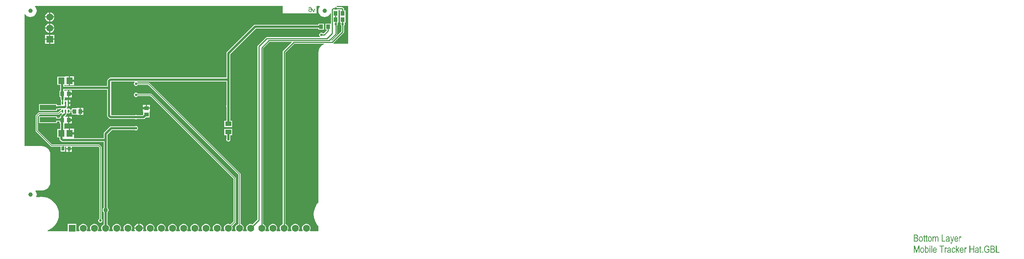
<source format=gbl>
G04*
G04 #@! TF.GenerationSoftware,Altium Limited,Altium Designer,21.5.0 (25)*
G04*
G04 Layer_Physical_Order=2*
G04 Layer_Color=16711680*
%FSLAX25Y25*%
%MOIN*%
G70*
G04*
G04 #@! TF.SameCoordinates,B52814C9-DCD9-4C92-8852-15DF41944D51*
G04*
G04*
G04 #@! TF.FilePolarity,Positive*
G04*
G01*
G75*
%ADD12C,0.01000*%
%ADD13C,0.00787*%
%ADD17R,0.04134X0.03740*%
%ADD33C,0.03937*%
%ADD34C,0.00700*%
%ADD35C,0.02000*%
%ADD36R,0.06299X0.06299*%
%ADD37C,0.06299*%
%ADD38R,0.06299X0.06299*%
%ADD39C,0.02362*%
%ADD40C,0.03150*%
%ADD41R,0.03543X0.03937*%
%ADD42R,0.02756X0.03543*%
%ADD43R,0.03543X0.04134*%
%ADD44R,0.05709X0.04134*%
%ADD45R,0.01378X0.03150*%
%ADD46R,0.03740X0.04134*%
%ADD47R,0.05727X0.06127*%
%ADD48R,0.14567X0.04724*%
%ADD49C,0.04000*%
G36*
X267417Y204500D02*
X266743Y203622D01*
X266177Y202255D01*
X265984Y200787D01*
X266177Y199320D01*
X266743Y197952D01*
X267644Y196778D01*
X268819Y195877D01*
X270186Y195311D01*
X271654Y195118D01*
X273121Y195311D01*
X274488Y195877D01*
X275663Y196778D01*
X276564Y197952D01*
X276784Y198485D01*
X277284Y198386D01*
Y189617D01*
X277259Y189128D01*
X276784Y189128D01*
X272315D01*
Y183791D01*
X273564D01*
Y183217D01*
X270704Y180357D01*
X270137D01*
X269766Y180729D01*
X269075Y181015D01*
X268326D01*
X267635Y180729D01*
X267106Y180199D01*
X266819Y179508D01*
Y178760D01*
X267106Y178068D01*
X267635Y177539D01*
X267710Y177508D01*
X267610Y177008D01*
X219735D01*
X219267Y176915D01*
X218870Y176650D01*
X211733Y169513D01*
X211468Y169116D01*
X211375Y168648D01*
Y12948D01*
X206997Y8569D01*
X206762Y8705D01*
X205782Y8968D01*
X204769D01*
X203790Y8705D01*
X202912Y8199D01*
X202195Y7482D01*
X201688Y6604D01*
X201426Y5625D01*
Y4611D01*
X201688Y3632D01*
X202025Y3049D01*
X201736Y2549D01*
X198815D01*
X198526Y3049D01*
X198863Y3632D01*
X199125Y4611D01*
Y5625D01*
X198863Y6604D01*
X198356Y7482D01*
X197639Y8199D01*
X196762Y8705D01*
X196346Y8817D01*
Y53724D01*
X196265Y54134D01*
X196033Y54481D01*
X114701Y135813D01*
X114354Y136045D01*
X113944Y136126D01*
X104159D01*
X103635Y136651D01*
X103584Y136671D01*
X103683Y137171D01*
X183542D01*
Y115787D01*
X183395Y115430D01*
Y114682D01*
X183542Y114325D01*
Y101717D01*
X181721D01*
Y96183D01*
X188830D01*
Y101717D01*
X187009D01*
Y114325D01*
X187157Y114682D01*
Y115430D01*
X187009Y115787D01*
Y138905D01*
Y161714D01*
X210021Y184726D01*
X266016D01*
Y183791D01*
X270959D01*
Y189128D01*
X266016D01*
Y188192D01*
X209303D01*
X208639Y188060D01*
X208077Y187685D01*
X184050Y163658D01*
X183674Y163095D01*
X183542Y162432D01*
Y140638D01*
X79695D01*
X79032Y140506D01*
X78470Y140130D01*
X77298Y138959D01*
X76922Y138397D01*
X76790Y137733D01*
Y133228D01*
X38249D01*
Y134032D01*
X39151D01*
Y133732D01*
X42515D01*
Y137795D01*
Y141859D01*
X39151D01*
Y141559D01*
X32162D01*
Y134032D01*
X34782D01*
Y131494D01*
Y128751D01*
X33946D01*
Y123217D01*
X35078D01*
Y121260D01*
X35210Y120597D01*
X35490Y120177D01*
X35422Y120050D01*
X35422D01*
Y115907D01*
X32991D01*
X32991Y115907D01*
X32327Y115775D01*
X32105Y115626D01*
X31605Y115850D01*
Y116842D01*
X15639D01*
Y110717D01*
X31605D01*
Y112046D01*
X32597D01*
X33260Y112178D01*
X33652Y112440D01*
X35422D01*
Y111639D01*
X35023Y111560D01*
X34676Y111328D01*
X32863Y109515D01*
X15925D01*
X15515Y109434D01*
X15168Y109202D01*
X15168Y109202D01*
X13023Y107056D01*
X12790Y106709D01*
X12709Y106299D01*
Y92754D01*
X12790Y92344D01*
X13023Y91997D01*
X26284Y78735D01*
X26632Y78503D01*
X27042Y78421D01*
X34963D01*
Y74198D01*
X39118D01*
Y78421D01*
X40174D01*
Y77170D01*
X42552D01*
X44930D01*
Y78421D01*
X68834D01*
X69545Y77711D01*
Y13729D01*
X69020Y13205D01*
X68734Y12514D01*
Y11765D01*
X69020Y11074D01*
X69550Y10545D01*
X70241Y10258D01*
X70989D01*
X71681Y10545D01*
X72210Y11074D01*
X72496Y11765D01*
Y12514D01*
X72210Y13205D01*
X71686Y13729D01*
Y78154D01*
X71686Y78154D01*
X71604Y78564D01*
X71372Y78911D01*
X71372Y78911D01*
X70035Y80249D01*
X69687Y80481D01*
X69278Y80562D01*
X37434D01*
X37434Y80562D01*
X37434Y80562D01*
X27485D01*
X14850Y93197D01*
Y105856D01*
X16368Y107374D01*
X33307D01*
X33716Y107455D01*
X34064Y107687D01*
X34960Y108584D01*
X35422Y108393D01*
Y108296D01*
X36054D01*
X36246Y107834D01*
X35290Y106879D01*
X34914Y106316D01*
X34782Y105653D01*
Y105129D01*
X33946D01*
Y104489D01*
X31605D01*
Y105818D01*
X15639D01*
Y99694D01*
X31605D01*
Y101023D01*
X33946D01*
Y99595D01*
X34782D01*
Y94315D01*
X32162D01*
Y86788D01*
X33992D01*
Y85582D01*
X34124Y84919D01*
X34500Y84356D01*
X35671Y83185D01*
X36233Y82809D01*
X36897Y82677D01*
X73542D01*
Y23657D01*
X73115Y23230D01*
X72760Y22614D01*
X72576Y21927D01*
Y21216D01*
X72760Y20530D01*
X73115Y19914D01*
X73542Y19487D01*
Y8563D01*
X72912Y8199D01*
X72195Y7482D01*
X71688Y6604D01*
X71426Y5625D01*
Y4611D01*
X71688Y3632D01*
X72025Y3049D01*
X71736Y2549D01*
X68815D01*
X68526Y3049D01*
X68863Y3632D01*
X69125Y4611D01*
Y5625D01*
X68863Y6604D01*
X68356Y7482D01*
X67639Y8199D01*
X66761Y8705D01*
X65782Y8968D01*
X64769D01*
X63790Y8705D01*
X62912Y8199D01*
X62195Y7482D01*
X61688Y6604D01*
X61426Y5625D01*
Y4611D01*
X61688Y3632D01*
X62025Y3049D01*
X61736Y2549D01*
X58815D01*
X58526Y3049D01*
X58863Y3632D01*
X59125Y4611D01*
Y5625D01*
X58863Y6604D01*
X58356Y7482D01*
X57639Y8199D01*
X56761Y8705D01*
X55782Y8968D01*
X54769D01*
X53790Y8705D01*
X52912Y8199D01*
X52195Y7482D01*
X51688Y6604D01*
X51426Y5625D01*
Y4611D01*
X51688Y3632D01*
X52025Y3049D01*
X51736Y2549D01*
X49125D01*
Y8968D01*
X41426D01*
Y2549D01*
X23328D01*
X23229Y3049D01*
X24848Y3720D01*
X26950Y5008D01*
X28824Y6609D01*
X30425Y8483D01*
X31713Y10585D01*
X32657Y12862D01*
X33232Y15259D01*
X33426Y17717D01*
X33232Y20174D01*
X32657Y22571D01*
X31713Y24848D01*
X30425Y26950D01*
X28824Y28824D01*
X26950Y30425D01*
X24848Y31713D01*
X22571Y32657D01*
X20174Y33232D01*
X17717Y33426D01*
X15259Y33232D01*
X14701Y33098D01*
X13441D01*
X13163Y33514D01*
X13351Y33966D01*
X13544Y35433D01*
X13351Y36900D01*
X12784Y38268D01*
X12453Y38700D01*
X12674Y39148D01*
X18189D01*
X18251Y39160D01*
X18314Y39151D01*
X18815Y39176D01*
X18999Y39222D01*
X19188Y39222D01*
X20172Y39417D01*
X20404Y39513D01*
X20650Y39562D01*
X21577Y39946D01*
X21786Y40086D01*
X22018Y40182D01*
X22852Y40739D01*
X23030Y40917D01*
X23238Y41056D01*
X23948Y41766D01*
X24087Y41974D01*
X24265Y42152D01*
X24823Y42986D01*
X24919Y43218D01*
X25058Y43427D01*
X25442Y44354D01*
X25491Y44600D01*
X25587Y44832D01*
X25783Y45816D01*
X25783Y46005D01*
X25829Y46188D01*
X25854Y46690D01*
X25844Y46753D01*
X25857Y46815D01*
X25856Y71307D01*
X25844Y71369D01*
X25853Y71432D01*
X25828Y71934D01*
X25782Y72117D01*
Y72306D01*
X25587Y73290D01*
X25491Y73522D01*
X25442Y73768D01*
X25058Y74695D01*
X24918Y74904D01*
X24822Y75136D01*
X24265Y75970D01*
X24087Y76148D01*
X23948Y76356D01*
X23238Y77066D01*
X23030Y77205D01*
X22852Y77383D01*
X22018Y77940D01*
X21786Y78036D01*
X21577Y78176D01*
X20650Y78560D01*
X20404Y78609D01*
X20172Y78705D01*
X19188Y78900D01*
X18999D01*
X18816Y78946D01*
X18314Y78971D01*
X18251Y78962D01*
X18189Y78974D01*
X2549D01*
X2549Y197716D01*
X3049Y197842D01*
X3865Y196778D01*
X5039Y195877D01*
X6407Y195311D01*
X7874Y195118D01*
X9341Y195311D01*
X10709Y195877D01*
X11883Y196778D01*
X12784Y197952D01*
X13351Y199320D01*
X13544Y200787D01*
X13351Y202255D01*
X12784Y203622D01*
X12111Y204500D01*
X12357Y205000D01*
X234128D01*
Y198392D01*
X264262D01*
Y205000D01*
X267170D01*
X267417Y204500D01*
D02*
G37*
G36*
X285307Y201261D02*
Y195924D01*
X285307D01*
X285307Y195552D01*
X285307D01*
Y190215D01*
X285875D01*
X285994Y190062D01*
X286142Y189715D01*
X285898Y189126D01*
Y188378D01*
X286184Y187686D01*
X286555Y187315D01*
Y182252D01*
X278147Y173843D01*
X278018Y173869D01*
X277853Y174411D01*
X282470Y179028D01*
X282735Y179425D01*
X282828Y179893D01*
Y187324D01*
X283199Y187695D01*
X283486Y188387D01*
Y189135D01*
X283245Y189715D01*
X283402Y190074D01*
X283517Y190215D01*
X283951D01*
Y195552D01*
X283951D01*
X283951Y195924D01*
X283951D01*
Y201261D01*
X284339Y201532D01*
X284920D01*
X285307Y201261D01*
D02*
G37*
G36*
X292727Y171588D02*
X292373Y171234D01*
X279705Y171234D01*
X279498Y171734D01*
X288644Y180880D01*
X288909Y181277D01*
X289002Y181745D01*
Y187315D01*
X289373Y187686D01*
X289660Y188378D01*
Y189126D01*
X289416Y189715D01*
X289563Y190062D01*
X289683Y190215D01*
X290250D01*
Y195552D01*
X290250D01*
X290250Y195924D01*
X290250D01*
Y201261D01*
X289002D01*
Y202170D01*
X288909Y202638D01*
X288644Y203035D01*
X288058Y203621D01*
X287661Y203886D01*
X287193Y203979D01*
X282977D01*
X282606Y204351D01*
X282245Y204500D01*
X282344Y205000D01*
X292727D01*
X292727Y171588D01*
D02*
G37*
G36*
X101554Y136671D02*
X101503Y136651D01*
X100974Y136121D01*
X100688Y135430D01*
Y134682D01*
X100974Y133990D01*
X101503Y133461D01*
X102195Y133175D01*
X102943D01*
X103635Y133461D01*
X104159Y133985D01*
X113501D01*
X194205Y53281D01*
Y8817D01*
X193790Y8705D01*
X192912Y8199D01*
X192195Y7482D01*
X191688Y6604D01*
X191426Y5625D01*
Y4611D01*
X191688Y3632D01*
X192025Y3049D01*
X191736Y2549D01*
X188815D01*
X188526Y3049D01*
X188863Y3632D01*
X189125Y4611D01*
Y5625D01*
X188863Y6604D01*
X188648Y6976D01*
X191702Y10030D01*
X191934Y10378D01*
X192016Y10787D01*
X192016Y10787D01*
Y50055D01*
X191934Y50465D01*
X191702Y50812D01*
X191702Y50812D01*
X116701Y125813D01*
X116354Y126045D01*
X115944Y126126D01*
X104159D01*
X103635Y126651D01*
X102943Y126937D01*
X102195D01*
X101503Y126651D01*
X100974Y126121D01*
X100688Y125430D01*
Y124682D01*
X100974Y123990D01*
X101503Y123461D01*
X102195Y123175D01*
X102943D01*
X103635Y123461D01*
X104159Y123985D01*
X115501D01*
X189874Y49612D01*
Y11231D01*
X187134Y8490D01*
X186761Y8705D01*
X185782Y8968D01*
X184769D01*
X183790Y8705D01*
X182912Y8199D01*
X182195Y7482D01*
X181688Y6604D01*
X181426Y5625D01*
Y4611D01*
X181688Y3632D01*
X182025Y3049D01*
X181736Y2549D01*
X178815D01*
X178526Y3049D01*
X178863Y3632D01*
X179125Y4611D01*
Y5625D01*
X178863Y6604D01*
X178356Y7482D01*
X177639Y8199D01*
X176761Y8705D01*
X175782Y8968D01*
X174769D01*
X173790Y8705D01*
X172912Y8199D01*
X172195Y7482D01*
X171688Y6604D01*
X171426Y5625D01*
Y4611D01*
X171688Y3632D01*
X172025Y3049D01*
X171736Y2549D01*
X168815D01*
X168526Y3049D01*
X168863Y3632D01*
X169125Y4611D01*
Y5625D01*
X168863Y6604D01*
X168356Y7482D01*
X167639Y8199D01*
X166762Y8705D01*
X165782Y8968D01*
X164769D01*
X163790Y8705D01*
X162912Y8199D01*
X162195Y7482D01*
X161688Y6604D01*
X161426Y5625D01*
Y4611D01*
X161688Y3632D01*
X162025Y3049D01*
X161736Y2549D01*
X158815D01*
X158526Y3049D01*
X158863Y3632D01*
X159125Y4611D01*
Y5625D01*
X158863Y6604D01*
X158356Y7482D01*
X157639Y8199D01*
X156762Y8705D01*
X155782Y8968D01*
X154769D01*
X153790Y8705D01*
X152912Y8199D01*
X152195Y7482D01*
X151688Y6604D01*
X151426Y5625D01*
Y4611D01*
X151688Y3632D01*
X152025Y3049D01*
X151736Y2549D01*
X148815D01*
X148526Y3049D01*
X148863Y3632D01*
X149125Y4611D01*
Y5625D01*
X148863Y6604D01*
X148356Y7482D01*
X147639Y8199D01*
X146762Y8705D01*
X145782Y8968D01*
X144769D01*
X143790Y8705D01*
X142912Y8199D01*
X142195Y7482D01*
X141688Y6604D01*
X141426Y5625D01*
Y4611D01*
X141688Y3632D01*
X142025Y3049D01*
X141736Y2549D01*
X138815D01*
X138526Y3049D01*
X138863Y3632D01*
X139125Y4611D01*
Y5625D01*
X138863Y6604D01*
X138356Y7482D01*
X137639Y8199D01*
X136761Y8705D01*
X135782Y8968D01*
X134769D01*
X133790Y8705D01*
X132912Y8199D01*
X132195Y7482D01*
X131688Y6604D01*
X131426Y5625D01*
Y4611D01*
X131688Y3632D01*
X132025Y3049D01*
X131736Y2549D01*
X128815D01*
X128526Y3049D01*
X128863Y3632D01*
X129125Y4611D01*
Y5625D01*
X128863Y6604D01*
X128356Y7482D01*
X127639Y8199D01*
X126761Y8705D01*
X125782Y8968D01*
X124769D01*
X123790Y8705D01*
X122912Y8199D01*
X122195Y7482D01*
X121688Y6604D01*
X121426Y5625D01*
Y4611D01*
X121688Y3632D01*
X122025Y3049D01*
X121736Y2549D01*
X118815D01*
X118526Y3049D01*
X118863Y3632D01*
X119125Y4611D01*
Y5625D01*
X118863Y6604D01*
X118356Y7482D01*
X117639Y8199D01*
X116762Y8705D01*
X115782Y8968D01*
X114769D01*
X113790Y8705D01*
X112912Y8199D01*
X112195Y7482D01*
X111688Y6604D01*
X111426Y5625D01*
Y4611D01*
X111688Y3632D01*
X112025Y3049D01*
X111736Y2549D01*
X109161D01*
X108872Y3049D01*
X109142Y3516D01*
X109425Y4572D01*
Y4618D01*
X101126D01*
Y4572D01*
X101409Y3516D01*
X101679Y3049D01*
X101390Y2549D01*
X98815D01*
X98526Y3049D01*
X98863Y3632D01*
X99125Y4611D01*
Y5625D01*
X98863Y6604D01*
X98356Y7482D01*
X97639Y8199D01*
X96762Y8705D01*
X95782Y8968D01*
X94769D01*
X93790Y8705D01*
X92912Y8199D01*
X92195Y7482D01*
X91688Y6604D01*
X91426Y5625D01*
Y4611D01*
X91688Y3632D01*
X92025Y3049D01*
X91736Y2549D01*
X88815D01*
X88526Y3049D01*
X88863Y3632D01*
X89125Y4611D01*
Y5625D01*
X88863Y6604D01*
X88356Y7482D01*
X87639Y8199D01*
X86761Y8705D01*
X85782Y8968D01*
X84769D01*
X83790Y8705D01*
X82912Y8199D01*
X82195Y7482D01*
X81688Y6604D01*
X81426Y5625D01*
Y4611D01*
X81688Y3632D01*
X82025Y3049D01*
X81736Y2549D01*
X78815D01*
X78526Y3049D01*
X78863Y3632D01*
X79125Y4611D01*
Y5625D01*
X78863Y6604D01*
X78356Y7482D01*
X77639Y8199D01*
X77009Y8563D01*
Y19487D01*
X77436Y19914D01*
X77792Y20530D01*
X77976Y21216D01*
Y21927D01*
X77792Y22614D01*
X77436Y23230D01*
X77009Y23657D01*
Y84411D01*
Y89361D01*
X80971Y93322D01*
X101838D01*
X102195Y93175D01*
X102943D01*
X103635Y93461D01*
X104164Y93990D01*
X104450Y94682D01*
Y95430D01*
X104164Y96121D01*
X103635Y96650D01*
X102943Y96937D01*
X102195D01*
X101838Y96789D01*
X80253D01*
X79589Y96657D01*
X79027Y96281D01*
X74050Y91304D01*
X73674Y90742D01*
X73542Y90079D01*
Y86144D01*
X47236D01*
X46878Y86488D01*
Y90051D01*
X43015D01*
Y90551D01*
X42515D01*
Y94615D01*
X39151D01*
Y94315D01*
X38249D01*
Y99242D01*
X38603Y99595D01*
X38979Y99595D01*
X39354Y99295D01*
X39462Y99295D01*
X41724D01*
Y102362D01*
Y105429D01*
X39450D01*
X39164Y105850D01*
X39590Y106276D01*
X39966Y106839D01*
X40098Y107502D01*
X40097Y107504D01*
X40235Y107642D01*
X40501Y108039D01*
X40551Y108296D01*
X43318D01*
Y109500D01*
X44871D01*
Y107492D01*
X49510D01*
X49886Y107192D01*
X50190Y107192D01*
X52157D01*
Y110259D01*
Y113326D01*
X50190D01*
X49886Y113326D01*
X49510Y113025D01*
X44871D01*
Y111641D01*
X43318D01*
Y112846D01*
X40615D01*
X40408Y113346D01*
X40596Y113533D01*
X40971Y114096D01*
X41103Y114759D01*
X41092Y114814D01*
X41410Y115201D01*
X41429D01*
Y117776D01*
Y120350D01*
X40240D01*
Y120050D01*
X38578D01*
X38342Y120491D01*
X38412Y120597D01*
X38544Y121260D01*
Y122864D01*
X38785Y123104D01*
X39044Y123165D01*
X39354Y122917D01*
X39462Y122917D01*
X41724D01*
Y125984D01*
Y129051D01*
X39354Y129051D01*
X38979Y128751D01*
X38854Y128751D01*
X38249D01*
Y129761D01*
X76790D01*
Y106227D01*
X76922Y105564D01*
X77298Y105002D01*
X78470Y103830D01*
X79032Y103454D01*
X79695Y103323D01*
X101838D01*
X102195Y103175D01*
X102943D01*
X103300Y103322D01*
X109272D01*
X109935Y103454D01*
X110497Y103830D01*
X111581Y104914D01*
X114664D01*
X114664Y109947D01*
X114964Y110323D01*
X114964Y110430D01*
Y112693D01*
X111897D01*
X108830D01*
X108830Y110323D01*
X109130Y109947D01*
X109130Y109823D01*
Y107365D01*
X108554Y106789D01*
X103300D01*
X102943Y106937D01*
X102195D01*
X101838Y106789D01*
X80413D01*
X80257Y106945D01*
Y131229D01*
Y137015D01*
X80413Y137171D01*
X101454D01*
X101554Y136671D01*
D02*
G37*
G36*
X270974Y170661D02*
X270430Y170436D01*
X270222Y170297D01*
X269990Y170200D01*
X269156Y169643D01*
X268978Y169465D01*
X268769Y169326D01*
X268060Y168616D01*
X267920Y168408D01*
X267743Y168230D01*
X267186Y167396D01*
X267090Y167164D01*
X266950Y166955D01*
X266566Y166028D01*
X266517Y165782D01*
X266421Y165550D01*
X266225Y164566D01*
X266225Y164377D01*
X266179Y164193D01*
X266155Y163692D01*
X266164Y163629D01*
X266152Y163567D01*
Y36267D01*
X266063D01*
Y28370D01*
X264850Y26950D01*
X263562Y24848D01*
X262619Y22571D01*
X262043Y20174D01*
X261850Y17717D01*
X262043Y15259D01*
X262619Y12862D01*
X263562Y10585D01*
X264850Y8483D01*
X266063Y7063D01*
Y2549D01*
X258815D01*
X258526Y3049D01*
X258863Y3632D01*
X259125Y4611D01*
Y5625D01*
X258863Y6604D01*
X258356Y7482D01*
X257639Y8199D01*
X256762Y8705D01*
X255782Y8968D01*
X254769D01*
X253790Y8705D01*
X252912Y8199D01*
X252195Y7482D01*
X251688Y6604D01*
X251426Y5625D01*
Y4611D01*
X251688Y3632D01*
X252025Y3049D01*
X251736Y2549D01*
X248815D01*
X248526Y3049D01*
X248863Y3632D01*
X249125Y4611D01*
Y5625D01*
X248863Y6604D01*
X248356Y7482D01*
X247639Y8199D01*
X246761Y8705D01*
X245782Y8968D01*
X244769D01*
X243790Y8705D01*
X242912Y8199D01*
X242195Y7482D01*
X241688Y6604D01*
X241426Y5625D01*
Y4611D01*
X241688Y3632D01*
X242025Y3049D01*
X241736Y2549D01*
X238815D01*
X238526Y3049D01*
X238863Y3632D01*
X239125Y4611D01*
Y5625D01*
X238863Y6604D01*
X238356Y7482D01*
X237639Y8199D01*
X236761Y8705D01*
X236499Y8776D01*
Y163260D01*
X244401Y171161D01*
X270874D01*
X270974Y170661D01*
D02*
G37*
G36*
X242178Y172399D02*
X234410Y164631D01*
X234145Y164235D01*
X234052Y163766D01*
Y8776D01*
X233790Y8705D01*
X232912Y8199D01*
X232195Y7482D01*
X231688Y6604D01*
X231426Y5625D01*
Y4611D01*
X231688Y3632D01*
X232025Y3049D01*
X231736Y2549D01*
X228815D01*
X228526Y3049D01*
X228863Y3632D01*
X229125Y4611D01*
Y5625D01*
X228863Y6604D01*
X228356Y7482D01*
X227639Y8199D01*
X226762Y8705D01*
X225782Y8968D01*
X224769D01*
X223790Y8705D01*
X222912Y8199D01*
X222195Y7482D01*
X221688Y6604D01*
X221426Y5625D01*
Y4611D01*
X221688Y3632D01*
X222025Y3049D01*
X221736Y2549D01*
X218815D01*
X218526Y3049D01*
X218863Y3632D01*
X219125Y4611D01*
Y5625D01*
X218863Y6604D01*
X218356Y7482D01*
X217639Y8199D01*
X216761Y8705D01*
X216499Y8776D01*
Y167033D01*
X222328Y172861D01*
X241987D01*
X242178Y172399D01*
D02*
G37*
G36*
X820507Y-2239D02*
X820554Y-2244D01*
X820609Y-2253D01*
X820665Y-2267D01*
X820729Y-2281D01*
X820794Y-2299D01*
X820863Y-2323D01*
X820937Y-2355D01*
X821006Y-2392D01*
X821076Y-2433D01*
X821145Y-2484D01*
X821210Y-2540D01*
X821270Y-2604D01*
X821274Y-2609D01*
X821284Y-2623D01*
X821297Y-2641D01*
X821321Y-2674D01*
X821344Y-2715D01*
X821371Y-2761D01*
X821399Y-2821D01*
X821427Y-2886D01*
X821455Y-2965D01*
X821487Y-3048D01*
X821510Y-3145D01*
X821533Y-3251D01*
X821556Y-3367D01*
X821570Y-3491D01*
X821579Y-3625D01*
X821584Y-3773D01*
Y-6905D01*
X820951D01*
Y-4027D01*
Y-4023D01*
Y-4004D01*
Y-3981D01*
Y-3949D01*
Y-3907D01*
X820946Y-3861D01*
Y-3810D01*
X820942Y-3755D01*
X820932Y-3644D01*
X820919Y-3528D01*
X820900Y-3422D01*
X820891Y-3376D01*
X820877Y-3334D01*
Y-3330D01*
X820872Y-3325D01*
X820863Y-3302D01*
X820845Y-3260D01*
X820821Y-3214D01*
X820789Y-3163D01*
X820752Y-3112D01*
X820701Y-3062D01*
X820646Y-3015D01*
X820637Y-3011D01*
X820618Y-2997D01*
X820586Y-2978D01*
X820540Y-2955D01*
X820489Y-2937D01*
X820424Y-2918D01*
X820360Y-2905D01*
X820286Y-2900D01*
X820244D01*
X820216Y-2905D01*
X820184Y-2909D01*
X820142Y-2918D01*
X820096Y-2928D01*
X820050Y-2942D01*
X819995Y-2960D01*
X819944Y-2978D01*
X819884Y-3006D01*
X819828Y-3039D01*
X819773Y-3076D01*
X819717Y-3122D01*
X819666Y-3168D01*
X819616Y-3228D01*
X819611Y-3233D01*
X819606Y-3242D01*
X819593Y-3260D01*
X819574Y-3288D01*
X819556Y-3325D01*
X819533Y-3367D01*
X819510Y-3417D01*
X819486Y-3478D01*
X819463Y-3542D01*
X819440Y-3621D01*
X819417Y-3704D01*
X819399Y-3796D01*
X819380Y-3898D01*
X819366Y-4004D01*
X819362Y-4124D01*
X819357Y-4249D01*
Y-6905D01*
X818724D01*
Y-3935D01*
Y-3930D01*
Y-3912D01*
Y-3879D01*
X818719Y-3842D01*
Y-3796D01*
X818715Y-3741D01*
X818710Y-3685D01*
X818701Y-3621D01*
X818682Y-3491D01*
X818650Y-3357D01*
X818632Y-3297D01*
X818609Y-3237D01*
X818581Y-3182D01*
X818548Y-3136D01*
Y-3131D01*
X818539Y-3126D01*
X818516Y-3099D01*
X818479Y-3062D01*
X818424Y-3015D01*
X818355Y-2974D01*
X818271Y-2937D01*
X818174Y-2909D01*
X818124Y-2905D01*
X818068Y-2900D01*
X818026D01*
X817994Y-2905D01*
X817962Y-2909D01*
X817916Y-2918D01*
X817869Y-2928D01*
X817819Y-2942D01*
X817763Y-2960D01*
X817708Y-2988D01*
X817652Y-3015D01*
X817597Y-3048D01*
X817537Y-3089D01*
X817481Y-3136D01*
X817430Y-3191D01*
X817380Y-3251D01*
X817375Y-3256D01*
X817370Y-3270D01*
X817356Y-3288D01*
X817343Y-3320D01*
X817324Y-3362D01*
X817301Y-3413D01*
X817278Y-3473D01*
X817255Y-3542D01*
X817232Y-3625D01*
X817209Y-3718D01*
X817190Y-3824D01*
X817167Y-3940D01*
X817153Y-4069D01*
X817139Y-4212D01*
X817135Y-4369D01*
X817130Y-4535D01*
Y-6905D01*
X816497D01*
Y-2336D01*
X817066D01*
Y-2969D01*
X817075Y-2960D01*
X817084Y-2942D01*
X817098Y-2914D01*
X817116Y-2886D01*
X817139Y-2854D01*
X817195Y-2775D01*
X817264Y-2688D01*
X817347Y-2595D01*
X817440Y-2507D01*
X817546Y-2429D01*
X817551Y-2424D01*
X817560Y-2420D01*
X817578Y-2410D01*
X817597Y-2396D01*
X817624Y-2382D01*
X817661Y-2369D01*
X817698Y-2350D01*
X817740Y-2332D01*
X817837Y-2295D01*
X817948Y-2267D01*
X818068Y-2244D01*
X818197Y-2235D01*
X818234D01*
X818262Y-2239D01*
X818299D01*
X818336Y-2244D01*
X818382Y-2253D01*
X818428Y-2258D01*
X818535Y-2286D01*
X818645Y-2323D01*
X818761Y-2369D01*
X818816Y-2401D01*
X818867Y-2438D01*
X818872D01*
X818881Y-2447D01*
X818895Y-2461D01*
X818913Y-2475D01*
X818932Y-2498D01*
X818960Y-2521D01*
X819020Y-2586D01*
X819080Y-2674D01*
X819145Y-2775D01*
X819205Y-2891D01*
X819255Y-3029D01*
X819260Y-3025D01*
X819265Y-3011D01*
X819279Y-2992D01*
X819297Y-2965D01*
X819315Y-2932D01*
X819343Y-2891D01*
X819403Y-2808D01*
X819482Y-2710D01*
X819569Y-2609D01*
X819666Y-2517D01*
X819717Y-2475D01*
X819773Y-2433D01*
X819777Y-2429D01*
X819787Y-2424D01*
X819800Y-2415D01*
X819824Y-2401D01*
X819851Y-2387D01*
X819884Y-2369D01*
X819921Y-2350D01*
X819962Y-2332D01*
X820059Y-2299D01*
X820170Y-2267D01*
X820290Y-2244D01*
X820355Y-2235D01*
X820470D01*
X820507Y-2239D01*
D02*
G37*
G36*
X841644Y-2239D02*
X841672Y-2244D01*
X841709Y-2248D01*
X841745Y-2253D01*
X841792Y-2267D01*
X841889Y-2295D01*
X842000Y-2341D01*
X842055Y-2369D01*
X842115Y-2401D01*
X842180Y-2438D01*
X842240Y-2484D01*
X842023Y-3205D01*
X842018D01*
X842013Y-3196D01*
X842000Y-3191D01*
X841981Y-3177D01*
X841935Y-3149D01*
X841875Y-3117D01*
X841806Y-3089D01*
X841727Y-3062D01*
X841644Y-3043D01*
X841561Y-3034D01*
X841528D01*
X841487Y-3043D01*
X841436Y-3052D01*
X841381Y-3071D01*
X841316Y-3094D01*
X841251Y-3131D01*
X841187Y-3177D01*
X841177Y-3182D01*
X841159Y-3205D01*
X841131Y-3237D01*
X841094Y-3279D01*
X841057Y-3339D01*
X841020Y-3404D01*
X840983Y-3482D01*
X840956Y-3574D01*
Y-3579D01*
X840951Y-3593D01*
X840946Y-3621D01*
X840937Y-3653D01*
X840928Y-3695D01*
X840919Y-3741D01*
X840905Y-3796D01*
X840895Y-3856D01*
X840886Y-3926D01*
X840872Y-3999D01*
X840863Y-4078D01*
X840854Y-4161D01*
X840840Y-4332D01*
X840835Y-4517D01*
Y-6905D01*
X840202D01*
Y-2336D01*
X840775D01*
Y-3034D01*
X840780Y-3029D01*
X840785Y-3011D01*
X840798Y-2988D01*
X840812Y-2955D01*
X840831Y-2918D01*
X840854Y-2872D01*
X840905Y-2771D01*
X840969Y-2664D01*
X841034Y-2558D01*
X841071Y-2507D01*
X841103Y-2466D01*
X841140Y-2424D01*
X841173Y-2392D01*
X841182Y-2387D01*
X841205Y-2369D01*
X841242Y-2341D01*
X841293Y-2313D01*
X841357Y-2286D01*
X841427Y-2258D01*
X841505Y-2239D01*
X841588Y-2235D01*
X841621D01*
X841644Y-2239D01*
D02*
G37*
G36*
X834219Y-6979D02*
Y-6984D01*
X834215Y-6989D01*
X834210Y-7002D01*
X834206Y-7021D01*
X834192Y-7063D01*
X834173Y-7127D01*
X834150Y-7197D01*
X834122Y-7280D01*
X834090Y-7372D01*
X834058Y-7469D01*
X833988Y-7672D01*
X833952Y-7774D01*
X833915Y-7871D01*
X833878Y-7964D01*
X833841Y-8047D01*
X833808Y-8121D01*
X833776Y-8185D01*
Y-8190D01*
X833767Y-8199D01*
X833762Y-8213D01*
X833748Y-8236D01*
X833716Y-8287D01*
X833670Y-8356D01*
X833614Y-8426D01*
X833554Y-8499D01*
X833485Y-8569D01*
X833411Y-8624D01*
X833402Y-8629D01*
X833374Y-8643D01*
X833333Y-8666D01*
X833277Y-8689D01*
X833208Y-8716D01*
X833129Y-8735D01*
X833041Y-8754D01*
X832949Y-8758D01*
X832917D01*
X832880Y-8754D01*
X832829Y-8744D01*
X832769Y-8735D01*
X832700Y-8721D01*
X832626Y-8698D01*
X832543Y-8666D01*
X832473Y-7936D01*
X832478D01*
X832482Y-7940D01*
X832510Y-7945D01*
X832547Y-7959D01*
X832598Y-7968D01*
X832653Y-7982D01*
X832713Y-7996D01*
X832773Y-8000D01*
X832829Y-8005D01*
X832861D01*
X832898Y-8000D01*
X832949Y-7996D01*
X833000Y-7987D01*
X833055Y-7968D01*
X833111Y-7950D01*
X833162Y-7922D01*
X833166Y-7917D01*
X833185Y-7908D01*
X833208Y-7885D01*
X833240Y-7857D01*
X833272Y-7825D01*
X833309Y-7779D01*
X833346Y-7728D01*
X833379Y-7668D01*
Y-7663D01*
X833383Y-7659D01*
X833388Y-7649D01*
X833393Y-7631D01*
X833402Y-7612D01*
X833411Y-7585D01*
X833420Y-7548D01*
X833439Y-7506D01*
X833453Y-7455D01*
X833476Y-7391D01*
X833499Y-7317D01*
X833527Y-7233D01*
X833554Y-7136D01*
X833591Y-7026D01*
X833628Y-6901D01*
X832210Y-2336D01*
X832894D01*
X833674Y-4974D01*
Y-4979D01*
X833679Y-4997D01*
X833688Y-5025D01*
X833698Y-5062D01*
X833711Y-5108D01*
X833730Y-5159D01*
X833744Y-5224D01*
X833762Y-5293D01*
X833785Y-5367D01*
X833804Y-5450D01*
X833827Y-5538D01*
X833850Y-5630D01*
X833901Y-5824D01*
X833947Y-6032D01*
Y-6028D01*
X833952Y-6009D01*
X833956Y-5982D01*
X833965Y-5940D01*
X833975Y-5894D01*
X833988Y-5838D01*
X834002Y-5774D01*
X834021Y-5704D01*
X834035Y-5626D01*
X834058Y-5543D01*
X834099Y-5372D01*
X834146Y-5182D01*
X834201Y-4993D01*
X835005Y-2336D01*
X835643D01*
X834219Y-6979D01*
D02*
G37*
G36*
X830233Y-2239D02*
X830283D01*
X830339Y-2244D01*
X830403Y-2253D01*
X830473Y-2262D01*
X830621Y-2290D01*
X830773Y-2327D01*
X830925Y-2382D01*
X830995Y-2420D01*
X831059Y-2456D01*
X831064Y-2461D01*
X831073Y-2466D01*
X831092Y-2479D01*
X831115Y-2498D01*
X831170Y-2544D01*
X831240Y-2609D01*
X831314Y-2687D01*
X831383Y-2780D01*
X831443Y-2886D01*
X831466Y-2946D01*
X831485Y-3006D01*
Y-3011D01*
X831489Y-3020D01*
X831494Y-3039D01*
X831498Y-3066D01*
X831508Y-3103D01*
X831512Y-3145D01*
X831522Y-3191D01*
X831531Y-3246D01*
X831540Y-3311D01*
X831549Y-3385D01*
X831554Y-3464D01*
X831563Y-3547D01*
X831568Y-3639D01*
X831572Y-3741D01*
X831577Y-3847D01*
Y-3963D01*
Y-4993D01*
Y-4997D01*
Y-5007D01*
Y-5020D01*
Y-5039D01*
Y-5067D01*
Y-5094D01*
Y-5168D01*
Y-5252D01*
Y-5353D01*
X831581Y-5459D01*
Y-5570D01*
X831586Y-5806D01*
X831591Y-5917D01*
Y-6028D01*
X831595Y-6129D01*
X831600Y-6222D01*
X831609Y-6300D01*
Y-6333D01*
X831614Y-6360D01*
Y-6365D01*
Y-6374D01*
X831618Y-6388D01*
X831623Y-6407D01*
X831628Y-6434D01*
X831632Y-6462D01*
X831651Y-6536D01*
X831674Y-6619D01*
X831702Y-6707D01*
X831739Y-6808D01*
X831780Y-6905D01*
X831120D01*
Y-6901D01*
X831115Y-6896D01*
X831110Y-6882D01*
X831101Y-6864D01*
X831096Y-6841D01*
X831083Y-6813D01*
X831064Y-6748D01*
X831041Y-6665D01*
X831018Y-6573D01*
X830999Y-6467D01*
X830986Y-6346D01*
X830981Y-6351D01*
X830972Y-6360D01*
X830953Y-6379D01*
X830930Y-6402D01*
X830902Y-6430D01*
X830865Y-6462D01*
X830828Y-6494D01*
X830782Y-6531D01*
X830685Y-6614D01*
X830570Y-6698D01*
X830450Y-6776D01*
X830320Y-6845D01*
X830316D01*
X830306Y-6855D01*
X830288Y-6859D01*
X830260Y-6873D01*
X830228Y-6882D01*
X830191Y-6896D01*
X830149Y-6915D01*
X830103Y-6929D01*
X829992Y-6961D01*
X829872Y-6984D01*
X829743Y-7002D01*
X829604Y-7012D01*
X829576D01*
X829549Y-7007D01*
X829507D01*
X829456Y-7002D01*
X829401Y-6993D01*
X829336Y-6984D01*
X829267Y-6966D01*
X829193Y-6947D01*
X829119Y-6924D01*
X829041Y-6896D01*
X828962Y-6864D01*
X828888Y-6822D01*
X828810Y-6776D01*
X828740Y-6721D01*
X828671Y-6661D01*
X828666Y-6656D01*
X828657Y-6642D01*
X828639Y-6624D01*
X828615Y-6596D01*
X828592Y-6559D01*
X828560Y-6517D01*
X828532Y-6467D01*
X828500Y-6411D01*
X828468Y-6346D01*
X828435Y-6273D01*
X828403Y-6194D01*
X828380Y-6111D01*
X828357Y-6019D01*
X828338Y-5921D01*
X828329Y-5820D01*
X828324Y-5709D01*
Y-5704D01*
Y-5690D01*
Y-5672D01*
X828329Y-5640D01*
Y-5607D01*
X828334Y-5566D01*
X828338Y-5520D01*
X828343Y-5473D01*
X828366Y-5362D01*
X828394Y-5247D01*
X828431Y-5122D01*
X828486Y-5007D01*
Y-5002D01*
X828495Y-4993D01*
X828505Y-4979D01*
X828514Y-4956D01*
X828551Y-4900D01*
X828602Y-4831D01*
X828666Y-4757D01*
X828740Y-4679D01*
X828828Y-4600D01*
X828930Y-4531D01*
X828934D01*
X828944Y-4522D01*
X828962Y-4512D01*
X828985Y-4503D01*
X829013Y-4489D01*
X829050Y-4471D01*
X829096Y-4452D01*
X829147Y-4434D01*
X829202Y-4411D01*
X829267Y-4392D01*
X829336Y-4369D01*
X829415Y-4346D01*
X829498Y-4327D01*
X829590Y-4309D01*
X829687Y-4291D01*
X829794Y-4272D01*
X829803D01*
X829826Y-4267D01*
X829867Y-4263D01*
X829923Y-4254D01*
X829983Y-4240D01*
X830057Y-4231D01*
X830140Y-4212D01*
X830228Y-4198D01*
X830413Y-4157D01*
X830602Y-4110D01*
X830694Y-4087D01*
X830782Y-4060D01*
X830861Y-4032D01*
X830935Y-4004D01*
X830939Y-3810D01*
Y-3805D01*
Y-3792D01*
Y-3764D01*
X830935Y-3732D01*
Y-3695D01*
X830930Y-3653D01*
X830916Y-3551D01*
X830898Y-3441D01*
X830865Y-3334D01*
X830824Y-3233D01*
X830801Y-3186D01*
X830768Y-3149D01*
X830764Y-3145D01*
X830759Y-3136D01*
X830745Y-3122D01*
X830722Y-3108D01*
X830699Y-3085D01*
X830667Y-3062D01*
X830630Y-3039D01*
X830588Y-3011D01*
X830542Y-2983D01*
X830487Y-2960D01*
X830427Y-2937D01*
X830362Y-2914D01*
X830288Y-2900D01*
X830214Y-2886D01*
X830126Y-2877D01*
X830038Y-2872D01*
X829997D01*
X829965Y-2877D01*
X829928D01*
X829886Y-2881D01*
X829789Y-2895D01*
X829683Y-2918D01*
X829572Y-2951D01*
X829466Y-2997D01*
X829419Y-3025D01*
X829373Y-3057D01*
X829368D01*
X829364Y-3066D01*
X829355Y-3076D01*
X829336Y-3094D01*
X829318Y-3117D01*
X829299Y-3140D01*
X829276Y-3173D01*
X829253Y-3214D01*
X829225Y-3256D01*
X829202Y-3306D01*
X829175Y-3362D01*
X829147Y-3427D01*
X829124Y-3496D01*
X829096Y-3570D01*
X829073Y-3653D01*
X829054Y-3745D01*
X828431Y-3644D01*
Y-3635D01*
X828435Y-3611D01*
X828444Y-3574D01*
X828458Y-3524D01*
X828472Y-3464D01*
X828495Y-3394D01*
X828518Y-3316D01*
X828546Y-3233D01*
X828578Y-3149D01*
X828620Y-3057D01*
X828662Y-2969D01*
X828712Y-2881D01*
X828768Y-2794D01*
X828828Y-2715D01*
X828893Y-2641D01*
X828967Y-2572D01*
X828971Y-2567D01*
X828985Y-2558D01*
X829008Y-2540D01*
X829045Y-2521D01*
X829087Y-2493D01*
X829138Y-2466D01*
X829198Y-2433D01*
X829267Y-2401D01*
X829345Y-2373D01*
X829433Y-2341D01*
X829530Y-2313D01*
X829632Y-2286D01*
X829747Y-2267D01*
X829867Y-2248D01*
X829997Y-2239D01*
X830136Y-2235D01*
X830191D01*
X830233Y-2239D01*
D02*
G37*
G36*
X825257Y-6162D02*
X827807D01*
Y-6905D01*
X824573D01*
Y-595D01*
X825257D01*
Y-6162D01*
D02*
G37*
G36*
X801718Y-599D02*
X801769D01*
X801824Y-604D01*
X801889Y-609D01*
X801958Y-618D01*
X802110Y-641D01*
X802263Y-673D01*
X802415Y-719D01*
X802489Y-747D01*
X802554Y-779D01*
X802559D01*
X802568Y-789D01*
X802586Y-798D01*
X802610Y-816D01*
X802642Y-835D01*
X802674Y-858D01*
X802753Y-918D01*
X802845Y-1001D01*
X802891Y-1047D01*
X802938Y-1098D01*
X802984Y-1154D01*
X803030Y-1218D01*
X803076Y-1283D01*
X803118Y-1352D01*
X803122Y-1357D01*
X803127Y-1371D01*
X803136Y-1389D01*
X803155Y-1422D01*
X803168Y-1459D01*
X803187Y-1500D01*
X803210Y-1551D01*
X803229Y-1606D01*
X803252Y-1666D01*
X803270Y-1731D01*
X803307Y-1874D01*
X803330Y-2036D01*
X803335Y-2119D01*
X803339Y-2207D01*
Y-2212D01*
Y-2225D01*
Y-2248D01*
X803335Y-2281D01*
Y-2318D01*
X803330Y-2364D01*
X803326Y-2415D01*
X803316Y-2466D01*
X803293Y-2590D01*
X803261Y-2720D01*
X803215Y-2858D01*
X803150Y-2992D01*
Y-2997D01*
X803141Y-3006D01*
X803132Y-3025D01*
X803113Y-3048D01*
X803095Y-3080D01*
X803071Y-3112D01*
X803011Y-3191D01*
X802938Y-3279D01*
X802845Y-3376D01*
X802739Y-3468D01*
X802614Y-3551D01*
X802619D01*
X802633Y-3561D01*
X802656Y-3570D01*
X802688Y-3584D01*
X802725Y-3602D01*
X802771Y-3625D01*
X802822Y-3648D01*
X802873Y-3681D01*
X802928Y-3718D01*
X802988Y-3759D01*
X803044Y-3805D01*
X803104Y-3856D01*
X803164Y-3912D01*
X803219Y-3972D01*
X803275Y-4036D01*
X803326Y-4110D01*
X803330Y-4115D01*
X803335Y-4129D01*
X803349Y-4152D01*
X803367Y-4180D01*
X803386Y-4217D01*
X803409Y-4263D01*
X803432Y-4318D01*
X803460Y-4378D01*
X803483Y-4448D01*
X803506Y-4522D01*
X803529Y-4600D01*
X803547Y-4683D01*
X803566Y-4776D01*
X803580Y-4873D01*
X803584Y-4974D01*
X803589Y-5081D01*
Y-5085D01*
Y-5104D01*
Y-5136D01*
X803584Y-5178D01*
X803580Y-5229D01*
X803575Y-5284D01*
X803570Y-5349D01*
X803561Y-5423D01*
X803547Y-5496D01*
X803533Y-5580D01*
X803492Y-5746D01*
X803464Y-5834D01*
X803432Y-5922D01*
X803395Y-6005D01*
X803353Y-6088D01*
X803349Y-6092D01*
X803344Y-6106D01*
X803330Y-6129D01*
X803312Y-6157D01*
X803289Y-6194D01*
X803256Y-6236D01*
X803224Y-6277D01*
X803187Y-6328D01*
X803095Y-6430D01*
X802988Y-6531D01*
X802864Y-6628D01*
X802799Y-6674D01*
X802725Y-6712D01*
X802720D01*
X802707Y-6721D01*
X802683Y-6730D01*
X802656Y-6744D01*
X802614Y-6758D01*
X802568Y-6771D01*
X802508Y-6790D01*
X802448Y-6808D01*
X802374Y-6827D01*
X802291Y-6845D01*
X802203Y-6859D01*
X802110Y-6873D01*
X802004Y-6887D01*
X801893Y-6896D01*
X801778Y-6901D01*
X801653Y-6905D01*
X799685D01*
Y-595D01*
X801676D01*
X801718Y-599D01*
D02*
G37*
G36*
X811235Y-2336D02*
X811877D01*
Y-2937D01*
X811235D01*
Y-5612D01*
Y-5616D01*
Y-5626D01*
Y-5649D01*
Y-5672D01*
Y-5700D01*
X811240Y-5732D01*
X811244Y-5811D01*
X811249Y-5889D01*
X811258Y-5968D01*
X811272Y-6037D01*
X811281Y-6065D01*
X811290Y-6088D01*
X811295Y-6092D01*
X811304Y-6111D01*
X811327Y-6134D01*
X811360Y-6162D01*
X811401Y-6194D01*
X811452Y-6217D01*
X811517Y-6236D01*
X811595Y-6240D01*
X811637D01*
X811669Y-6236D01*
X811711D01*
X811757Y-6226D01*
X811817Y-6222D01*
X811877Y-6213D01*
X811965Y-6896D01*
X811960D01*
X811951Y-6901D01*
X811937D01*
X811919Y-6905D01*
X811873Y-6919D01*
X811808Y-6929D01*
X811734Y-6943D01*
X811656Y-6956D01*
X811572Y-6961D01*
X811489Y-6966D01*
X811434D01*
X811406Y-6961D01*
X811374Y-6956D01*
X811300Y-6947D01*
X811212Y-6933D01*
X811124Y-6910D01*
X811036Y-6878D01*
X810953Y-6836D01*
X810944Y-6832D01*
X810921Y-6813D01*
X810884Y-6785D01*
X810842Y-6744D01*
X810796Y-6693D01*
X810750Y-6633D01*
X810708Y-6559D01*
X810676Y-6481D01*
Y-6476D01*
X810671Y-6471D01*
Y-6453D01*
X810667Y-6434D01*
X810658Y-6407D01*
X810653Y-6370D01*
X810648Y-6328D01*
X810639Y-6282D01*
X810634Y-6222D01*
X810625Y-6157D01*
X810621Y-6083D01*
X810616Y-6000D01*
X810611Y-5908D01*
X810607Y-5806D01*
X810602Y-5690D01*
Y-5570D01*
Y-2937D01*
X810135D01*
Y-2336D01*
X810602D01*
Y-1204D01*
X811235Y-738D01*
Y-2336D01*
D02*
G37*
G36*
X809225D02*
X809867D01*
Y-2937D01*
X809225D01*
Y-5612D01*
Y-5616D01*
Y-5626D01*
Y-5649D01*
Y-5672D01*
Y-5700D01*
X809230Y-5732D01*
X809235Y-5811D01*
X809239Y-5889D01*
X809248Y-5968D01*
X809262Y-6037D01*
X809272Y-6065D01*
X809281Y-6088D01*
X809285Y-6092D01*
X809295Y-6111D01*
X809318Y-6134D01*
X809350Y-6162D01*
X809392Y-6194D01*
X809443Y-6217D01*
X809507Y-6236D01*
X809586Y-6240D01*
X809627D01*
X809660Y-6236D01*
X809701D01*
X809747Y-6226D01*
X809807Y-6222D01*
X809867Y-6213D01*
X809955Y-6896D01*
X809951D01*
X809941Y-6901D01*
X809928D01*
X809909Y-6905D01*
X809863Y-6919D01*
X809798Y-6929D01*
X809724Y-6943D01*
X809646Y-6956D01*
X809563Y-6961D01*
X809479Y-6966D01*
X809424D01*
X809396Y-6961D01*
X809364Y-6956D01*
X809290Y-6947D01*
X809202Y-6933D01*
X809114Y-6910D01*
X809027Y-6878D01*
X808943Y-6836D01*
X808934Y-6832D01*
X808911Y-6813D01*
X808874Y-6785D01*
X808833Y-6744D01*
X808786Y-6693D01*
X808740Y-6633D01*
X808699Y-6559D01*
X808666Y-6481D01*
Y-6476D01*
X808662Y-6471D01*
Y-6453D01*
X808657Y-6434D01*
X808648Y-6407D01*
X808643Y-6370D01*
X808639Y-6328D01*
X808629Y-6282D01*
X808625Y-6222D01*
X808615Y-6157D01*
X808611Y-6083D01*
X808606Y-6000D01*
X808602Y-5908D01*
X808597Y-5806D01*
X808592Y-5690D01*
Y-5570D01*
Y-2937D01*
X808126D01*
Y-2336D01*
X808592D01*
Y-1204D01*
X809225Y-738D01*
Y-2336D01*
D02*
G37*
G36*
X837786Y-2239D02*
X837837Y-2244D01*
X837902Y-2253D01*
X837971Y-2267D01*
X838054Y-2286D01*
X838142Y-2313D01*
X838234Y-2346D01*
X838331Y-2382D01*
X838433Y-2433D01*
X838535Y-2493D01*
X838636Y-2563D01*
X838738Y-2646D01*
X838835Y-2743D01*
X838927Y-2849D01*
X838932Y-2858D01*
X838950Y-2877D01*
X838974Y-2914D01*
X839001Y-2965D01*
X839038Y-3025D01*
X839080Y-3103D01*
X839126Y-3196D01*
X839172Y-3297D01*
X839214Y-3417D01*
X839260Y-3547D01*
X839301Y-3695D01*
X839338Y-3852D01*
X839366Y-4023D01*
X839394Y-4207D01*
X839408Y-4406D01*
X839412Y-4619D01*
Y-4822D01*
X836617D01*
Y-4831D01*
X836622Y-4854D01*
Y-4896D01*
X836627Y-4947D01*
X836636Y-5011D01*
X836645Y-5085D01*
X836659Y-5168D01*
X836677Y-5256D01*
X836719Y-5446D01*
X836747Y-5543D01*
X836779Y-5640D01*
X836821Y-5732D01*
X836862Y-5824D01*
X836913Y-5908D01*
X836968Y-5986D01*
X836973Y-5991D01*
X836982Y-6005D01*
X837001Y-6023D01*
X837024Y-6046D01*
X837056Y-6074D01*
X837093Y-6111D01*
X837135Y-6143D01*
X837186Y-6180D01*
X837241Y-6217D01*
X837296Y-6250D01*
X837361Y-6282D01*
X837430Y-6314D01*
X837504Y-6337D01*
X837578Y-6356D01*
X837661Y-6370D01*
X837745Y-6374D01*
X837777D01*
X837814Y-6370D01*
X837860Y-6360D01*
X837920Y-6346D01*
X837985Y-6323D01*
X838059Y-6296D01*
X838137Y-6259D01*
X838216Y-6208D01*
X838299Y-6143D01*
X838382Y-6069D01*
X838465Y-5977D01*
X838544Y-5871D01*
X838581Y-5811D01*
X838613Y-5746D01*
X838650Y-5677D01*
X838682Y-5603D01*
X838710Y-5520D01*
X838738Y-5436D01*
X839394Y-5533D01*
Y-5543D01*
X839385Y-5566D01*
X839375Y-5603D01*
X839362Y-5654D01*
X839343Y-5714D01*
X839320Y-5787D01*
X839292Y-5861D01*
X839255Y-5949D01*
X839218Y-6037D01*
X839177Y-6125D01*
X839126Y-6217D01*
X839071Y-6310D01*
X839011Y-6402D01*
X838946Y-6485D01*
X838877Y-6568D01*
X838798Y-6642D01*
X838793Y-6647D01*
X838780Y-6656D01*
X838756Y-6674D01*
X838724Y-6698D01*
X838682Y-6730D01*
X838632Y-6758D01*
X838572Y-6795D01*
X838507Y-6827D01*
X838433Y-6859D01*
X838354Y-6896D01*
X838267Y-6924D01*
X838174Y-6952D01*
X838073Y-6979D01*
X837966Y-6998D01*
X837856Y-7007D01*
X837740Y-7012D01*
X837703D01*
X837661Y-7007D01*
X837606Y-7002D01*
X837541Y-6993D01*
X837463Y-6979D01*
X837375Y-6961D01*
X837283Y-6938D01*
X837181Y-6905D01*
X837075Y-6864D01*
X836968Y-6818D01*
X836862Y-6758D01*
X836756Y-6688D01*
X836650Y-6610D01*
X836548Y-6517D01*
X836451Y-6411D01*
X836446Y-6402D01*
X836428Y-6383D01*
X836405Y-6346D01*
X836372Y-6300D01*
X836335Y-6236D01*
X836294Y-6157D01*
X836252Y-6069D01*
X836206Y-5968D01*
X836160Y-5847D01*
X836118Y-5718D01*
X836077Y-5575D01*
X836040Y-5418D01*
X836007Y-5252D01*
X835984Y-5067D01*
X835966Y-4873D01*
X835961Y-4665D01*
Y-4660D01*
Y-4651D01*
Y-4637D01*
Y-4614D01*
Y-4586D01*
X835966Y-4549D01*
Y-4512D01*
X835970Y-4471D01*
X835975Y-4369D01*
X835989Y-4258D01*
X836003Y-4134D01*
X836021Y-3995D01*
X836049Y-3852D01*
X836081Y-3704D01*
X836123Y-3551D01*
X836169Y-3404D01*
X836225Y-3256D01*
X836294Y-3117D01*
X836368Y-2983D01*
X836456Y-2858D01*
X836460Y-2849D01*
X836479Y-2831D01*
X836506Y-2803D01*
X836543Y-2761D01*
X836594Y-2715D01*
X836654Y-2660D01*
X836724Y-2604D01*
X836802Y-2544D01*
X836885Y-2489D01*
X836982Y-2433D01*
X837089Y-2378D01*
X837199Y-2332D01*
X837320Y-2290D01*
X837444Y-2262D01*
X837578Y-2239D01*
X837717Y-2235D01*
X837749D01*
X837786Y-2239D01*
D02*
G37*
G36*
X814062Y-2239D02*
X814113Y-2244D01*
X814178Y-2253D01*
X814252Y-2267D01*
X814335Y-2286D01*
X814427Y-2309D01*
X814524Y-2341D01*
X814622Y-2382D01*
X814728Y-2433D01*
X814834Y-2489D01*
X814940Y-2558D01*
X815042Y-2641D01*
X815144Y-2734D01*
X815241Y-2840D01*
X815245Y-2844D01*
X815264Y-2868D01*
X815287Y-2905D01*
X815319Y-2951D01*
X815356Y-3015D01*
X815402Y-3089D01*
X815444Y-3177D01*
X815495Y-3283D01*
X815541Y-3399D01*
X815587Y-3528D01*
X815629Y-3672D01*
X815666Y-3824D01*
X815698Y-3995D01*
X815721Y-4175D01*
X815740Y-4369D01*
X815744Y-4577D01*
Y-4582D01*
Y-4591D01*
Y-4609D01*
Y-4632D01*
Y-4660D01*
X815740Y-4693D01*
Y-4734D01*
X815735Y-4780D01*
X815730Y-4882D01*
X815716Y-4997D01*
X815703Y-5127D01*
X815684Y-5270D01*
X815656Y-5418D01*
X815624Y-5566D01*
X815582Y-5718D01*
X815532Y-5871D01*
X815476Y-6019D01*
X815411Y-6162D01*
X815333Y-6291D01*
X815245Y-6411D01*
X815241Y-6416D01*
X815222Y-6439D01*
X815194Y-6467D01*
X815157Y-6504D01*
X815107Y-6550D01*
X815047Y-6601D01*
X814982Y-6656D01*
X814903Y-6712D01*
X814816Y-6767D01*
X814723Y-6822D01*
X814617Y-6873D01*
X814506Y-6919D01*
X814386Y-6956D01*
X814261Y-6984D01*
X814127Y-7007D01*
X813989Y-7012D01*
X813956D01*
X813915Y-7007D01*
X813864Y-7002D01*
X813799Y-6993D01*
X813725Y-6979D01*
X813642Y-6961D01*
X813550Y-6938D01*
X813453Y-6905D01*
X813351Y-6864D01*
X813245Y-6818D01*
X813143Y-6758D01*
X813037Y-6688D01*
X812931Y-6610D01*
X812829Y-6517D01*
X812732Y-6411D01*
X812727Y-6402D01*
X812709Y-6383D01*
X812686Y-6346D01*
X812653Y-6296D01*
X812616Y-6236D01*
X812575Y-6157D01*
X812529Y-6065D01*
X812482Y-5958D01*
X812436Y-5843D01*
X812390Y-5709D01*
X812348Y-5561D01*
X812311Y-5399D01*
X812279Y-5229D01*
X812256Y-5039D01*
X812238Y-4840D01*
X812233Y-4623D01*
Y-4619D01*
Y-4609D01*
Y-4595D01*
Y-4572D01*
Y-4545D01*
X812238Y-4508D01*
Y-4471D01*
X812242Y-4429D01*
X812247Y-4332D01*
X812261Y-4217D01*
X812274Y-4092D01*
X812293Y-3958D01*
X812321Y-3815D01*
X812353Y-3667D01*
X812395Y-3519D01*
X812441Y-3371D01*
X812496Y-3228D01*
X812566Y-3089D01*
X812640Y-2960D01*
X812727Y-2840D01*
X812732Y-2831D01*
X812750Y-2812D01*
X812778Y-2785D01*
X812815Y-2743D01*
X812866Y-2701D01*
X812926Y-2651D01*
X812995Y-2595D01*
X813074Y-2535D01*
X813157Y-2480D01*
X813254Y-2424D01*
X813360Y-2373D01*
X813471Y-2327D01*
X813591Y-2290D01*
X813716Y-2262D01*
X813850Y-2239D01*
X813989Y-2235D01*
X814021D01*
X814062Y-2239D01*
D02*
G37*
G36*
X806024D02*
X806075Y-2244D01*
X806139Y-2253D01*
X806213Y-2267D01*
X806296Y-2286D01*
X806389Y-2309D01*
X806486Y-2341D01*
X806583Y-2382D01*
X806689Y-2433D01*
X806795Y-2489D01*
X806901Y-2558D01*
X807003Y-2641D01*
X807105Y-2734D01*
X807202Y-2840D01*
X807206Y-2844D01*
X807225Y-2868D01*
X807248Y-2905D01*
X807280Y-2951D01*
X807317Y-3015D01*
X807364Y-3089D01*
X807405Y-3177D01*
X807456Y-3283D01*
X807502Y-3399D01*
X807548Y-3528D01*
X807590Y-3672D01*
X807627Y-3824D01*
X807659Y-3995D01*
X807682Y-4175D01*
X807701Y-4369D01*
X807705Y-4577D01*
Y-4582D01*
Y-4591D01*
Y-4609D01*
Y-4632D01*
Y-4660D01*
X807701Y-4693D01*
Y-4734D01*
X807696Y-4780D01*
X807691Y-4882D01*
X807678Y-4997D01*
X807664Y-5127D01*
X807645Y-5270D01*
X807618Y-5418D01*
X807585Y-5566D01*
X807544Y-5718D01*
X807493Y-5871D01*
X807437Y-6019D01*
X807373Y-6162D01*
X807294Y-6291D01*
X807206Y-6411D01*
X807202Y-6416D01*
X807183Y-6439D01*
X807156Y-6467D01*
X807119Y-6504D01*
X807068Y-6550D01*
X807008Y-6601D01*
X806943Y-6656D01*
X806864Y-6712D01*
X806777Y-6767D01*
X806684Y-6822D01*
X806578Y-6873D01*
X806467Y-6919D01*
X806347Y-6956D01*
X806222Y-6984D01*
X806088Y-7007D01*
X805950Y-7012D01*
X805917D01*
X805876Y-7007D01*
X805825Y-7002D01*
X805760Y-6993D01*
X805686Y-6979D01*
X805603Y-6961D01*
X805511Y-6938D01*
X805414Y-6905D01*
X805312Y-6864D01*
X805206Y-6818D01*
X805104Y-6758D01*
X804998Y-6688D01*
X804892Y-6610D01*
X804790Y-6517D01*
X804693Y-6411D01*
X804688Y-6402D01*
X804670Y-6383D01*
X804647Y-6346D01*
X804615Y-6296D01*
X804578Y-6236D01*
X804536Y-6157D01*
X804490Y-6065D01*
X804444Y-5958D01*
X804397Y-5843D01*
X804351Y-5709D01*
X804310Y-5561D01*
X804273Y-5399D01*
X804240Y-5229D01*
X804217Y-5039D01*
X804199Y-4840D01*
X804194Y-4623D01*
Y-4619D01*
Y-4609D01*
Y-4595D01*
Y-4572D01*
Y-4545D01*
X804199Y-4508D01*
Y-4471D01*
X804203Y-4429D01*
X804208Y-4332D01*
X804222Y-4217D01*
X804236Y-4092D01*
X804254Y-3958D01*
X804282Y-3815D01*
X804314Y-3667D01*
X804356Y-3519D01*
X804402Y-3371D01*
X804457Y-3228D01*
X804527Y-3089D01*
X804601Y-2960D01*
X804688Y-2840D01*
X804693Y-2831D01*
X804712Y-2812D01*
X804739Y-2785D01*
X804776Y-2743D01*
X804827Y-2701D01*
X804887Y-2651D01*
X804957Y-2595D01*
X805035Y-2535D01*
X805118Y-2480D01*
X805215Y-2424D01*
X805321Y-2373D01*
X805432Y-2327D01*
X805552Y-2290D01*
X805677Y-2262D01*
X805811Y-2239D01*
X805950Y-2235D01*
X805982D01*
X806024Y-2239D01*
D02*
G37*
G36*
X814312Y-11486D02*
X813679D01*
Y-10595D01*
X814312D01*
Y-11486D01*
D02*
G37*
G36*
X865312Y-10488D02*
X865358D01*
X865418Y-10493D01*
X865483Y-10502D01*
X865552Y-10511D01*
X865626Y-10521D01*
X865709Y-10535D01*
X865876Y-10571D01*
X866042Y-10627D01*
X866125Y-10659D01*
X866208Y-10696D01*
X866213Y-10701D01*
X866227Y-10706D01*
X866250Y-10719D01*
X866278Y-10733D01*
X866315Y-10756D01*
X866356Y-10784D01*
X866403Y-10816D01*
X866458Y-10849D01*
X866569Y-10937D01*
X866684Y-11038D01*
X866800Y-11158D01*
X866911Y-11297D01*
X866915Y-11301D01*
X866924Y-11315D01*
X866938Y-11338D01*
X866957Y-11366D01*
X866980Y-11408D01*
X867008Y-11454D01*
X867035Y-11509D01*
X867068Y-11574D01*
X867100Y-11643D01*
X867132Y-11722D01*
X867169Y-11810D01*
X867202Y-11907D01*
X867239Y-12008D01*
X867271Y-12115D01*
X867299Y-12230D01*
X867327Y-12355D01*
X866712Y-12563D01*
Y-12558D01*
X866707Y-12540D01*
X866698Y-12512D01*
X866689Y-12475D01*
X866680Y-12433D01*
X866661Y-12382D01*
X866647Y-12323D01*
X866624Y-12262D01*
X866583Y-12133D01*
X866527Y-12004D01*
X866467Y-11879D01*
X866435Y-11819D01*
X866398Y-11768D01*
Y-11763D01*
X866389Y-11754D01*
X866379Y-11740D01*
X866366Y-11727D01*
X866319Y-11676D01*
X866264Y-11616D01*
X866190Y-11551D01*
X866107Y-11482D01*
X866005Y-11412D01*
X865894Y-11352D01*
X865890D01*
X865880Y-11348D01*
X865862Y-11338D01*
X865839Y-11329D01*
X865811Y-11315D01*
X865774Y-11306D01*
X865737Y-11292D01*
X865691Y-11274D01*
X865589Y-11246D01*
X865469Y-11223D01*
X865340Y-11204D01*
X865201Y-11200D01*
X865146D01*
X865109Y-11204D01*
X865058Y-11209D01*
X865003Y-11214D01*
X864938Y-11223D01*
X864869Y-11232D01*
X864795Y-11251D01*
X864716Y-11269D01*
X864638Y-11288D01*
X864555Y-11315D01*
X864471Y-11348D01*
X864388Y-11385D01*
X864310Y-11426D01*
X864231Y-11477D01*
X864226Y-11482D01*
X864213Y-11491D01*
X864194Y-11505D01*
X864162Y-11528D01*
X864129Y-11556D01*
X864088Y-11592D01*
X864046Y-11634D01*
X863995Y-11685D01*
X863945Y-11740D01*
X863894Y-11805D01*
X863838Y-11874D01*
X863783Y-11948D01*
X863727Y-12036D01*
X863677Y-12124D01*
X863626Y-12221D01*
X863575Y-12327D01*
X863570Y-12332D01*
X863566Y-12355D01*
X863552Y-12387D01*
X863538Y-12429D01*
X863520Y-12484D01*
X863496Y-12553D01*
X863473Y-12632D01*
X863455Y-12720D01*
X863432Y-12817D01*
X863409Y-12923D01*
X863386Y-13039D01*
X863367Y-13163D01*
X863353Y-13293D01*
X863339Y-13436D01*
X863335Y-13579D01*
X863330Y-13732D01*
Y-13736D01*
Y-13745D01*
Y-13764D01*
Y-13787D01*
Y-13815D01*
X863335Y-13852D01*
Y-13893D01*
X863339Y-13939D01*
X863344Y-13990D01*
X863349Y-14046D01*
X863358Y-14166D01*
X863376Y-14300D01*
X863395Y-14443D01*
X863423Y-14595D01*
X863459Y-14753D01*
X863501Y-14910D01*
X863552Y-15067D01*
X863612Y-15219D01*
X863681Y-15367D01*
X863764Y-15506D01*
X863857Y-15630D01*
X863861Y-15635D01*
X863880Y-15658D01*
X863912Y-15690D01*
X863954Y-15727D01*
X864005Y-15778D01*
X864069Y-15829D01*
X864143Y-15885D01*
X864226Y-15945D01*
X864324Y-16005D01*
X864425Y-16060D01*
X864541Y-16111D01*
X864661Y-16162D01*
X864795Y-16199D01*
X864933Y-16231D01*
X865081Y-16250D01*
X865234Y-16259D01*
X865275D01*
X865303Y-16254D01*
X865340D01*
X865386Y-16250D01*
X865432Y-16245D01*
X865488Y-16236D01*
X865548Y-16226D01*
X865612Y-16213D01*
X865756Y-16180D01*
X865903Y-16134D01*
X866061Y-16069D01*
X866065Y-16065D01*
X866079Y-16060D01*
X866102Y-16051D01*
X866130Y-16032D01*
X866167Y-16014D01*
X866208Y-15995D01*
X866255Y-15968D01*
X866305Y-15940D01*
X866412Y-15871D01*
X866527Y-15792D01*
X866638Y-15704D01*
X866740Y-15607D01*
Y-14429D01*
X865220D01*
Y-13685D01*
X867410Y-13681D01*
Y-16028D01*
X867405Y-16032D01*
X867387Y-16051D01*
X867359Y-16074D01*
X867322Y-16106D01*
X867276Y-16148D01*
X867220Y-16194D01*
X867160Y-16250D01*
X867091Y-16305D01*
X867017Y-16360D01*
X866934Y-16425D01*
X866846Y-16485D01*
X866758Y-16545D01*
X866564Y-16665D01*
X866467Y-16716D01*
X866366Y-16767D01*
X866361Y-16771D01*
X866342Y-16776D01*
X866315Y-16790D01*
X866273Y-16804D01*
X866222Y-16822D01*
X866167Y-16845D01*
X866102Y-16869D01*
X866028Y-16887D01*
X865945Y-16910D01*
X865862Y-16933D01*
X865769Y-16956D01*
X865672Y-16975D01*
X865474Y-17003D01*
X865368Y-17007D01*
X865261Y-17012D01*
X865229D01*
X865187Y-17007D01*
X865132D01*
X865067Y-16998D01*
X864989Y-16993D01*
X864906Y-16979D01*
X864809Y-16966D01*
X864707Y-16942D01*
X864596Y-16919D01*
X864485Y-16887D01*
X864370Y-16850D01*
X864254Y-16808D01*
X864139Y-16758D01*
X864023Y-16698D01*
X863908Y-16633D01*
X863903Y-16628D01*
X863880Y-16614D01*
X863852Y-16591D01*
X863811Y-16564D01*
X863760Y-16522D01*
X863704Y-16476D01*
X863640Y-16416D01*
X863570Y-16351D01*
X863496Y-16277D01*
X863418Y-16199D01*
X863339Y-16106D01*
X863261Y-16009D01*
X863187Y-15898D01*
X863108Y-15783D01*
X863039Y-15663D01*
X862970Y-15529D01*
X862965Y-15519D01*
X862956Y-15496D01*
X862938Y-15455D01*
X862914Y-15399D01*
X862891Y-15330D01*
X862859Y-15242D01*
X862831Y-15145D01*
X862799Y-15034D01*
X862766Y-14914D01*
X862734Y-14780D01*
X862702Y-14637D01*
X862679Y-14485D01*
X862656Y-14323D01*
X862637Y-14147D01*
X862628Y-13967D01*
X862623Y-13782D01*
Y-13778D01*
Y-13769D01*
Y-13755D01*
Y-13736D01*
Y-13713D01*
X862628Y-13681D01*
Y-13648D01*
Y-13607D01*
X862632Y-13519D01*
X862642Y-13413D01*
X862651Y-13297D01*
X862665Y-13168D01*
X862683Y-13034D01*
X862706Y-12886D01*
X862734Y-12738D01*
X862771Y-12586D01*
X862808Y-12433D01*
X862854Y-12276D01*
X862910Y-12128D01*
X862970Y-11981D01*
X862974Y-11971D01*
X862984Y-11948D01*
X863007Y-11907D01*
X863035Y-11856D01*
X863067Y-11791D01*
X863108Y-11717D01*
X863159Y-11639D01*
X863215Y-11551D01*
X863275Y-11458D01*
X863344Y-11366D01*
X863418Y-11274D01*
X863501Y-11181D01*
X863589Y-11089D01*
X863681Y-11001D01*
X863778Y-10923D01*
X863880Y-10849D01*
X863885Y-10844D01*
X863908Y-10835D01*
X863935Y-10816D01*
X863982Y-10793D01*
X864032Y-10766D01*
X864097Y-10733D01*
X864176Y-10701D01*
X864259Y-10664D01*
X864351Y-10632D01*
X864453Y-10599D01*
X864564Y-10567D01*
X864679Y-10539D01*
X864804Y-10516D01*
X864938Y-10498D01*
X865072Y-10488D01*
X865215Y-10484D01*
X865271D01*
X865312Y-10488D01*
D02*
G37*
G36*
X846463Y-12239D02*
X846490Y-12244D01*
X846527Y-12248D01*
X846564Y-12253D01*
X846610Y-12267D01*
X846707Y-12295D01*
X846818Y-12341D01*
X846874Y-12369D01*
X846934Y-12401D01*
X846999Y-12438D01*
X847058Y-12484D01*
X846841Y-13205D01*
X846837D01*
X846832Y-13196D01*
X846818Y-13191D01*
X846800Y-13177D01*
X846754Y-13149D01*
X846694Y-13117D01*
X846624Y-13089D01*
X846546Y-13062D01*
X846463Y-13043D01*
X846379Y-13034D01*
X846347D01*
X846305Y-13043D01*
X846255Y-13052D01*
X846199Y-13071D01*
X846134Y-13094D01*
X846070Y-13131D01*
X846005Y-13177D01*
X845996Y-13182D01*
X845977Y-13205D01*
X845950Y-13237D01*
X845913Y-13279D01*
X845876Y-13339D01*
X845839Y-13404D01*
X845802Y-13482D01*
X845774Y-13575D01*
Y-13579D01*
X845770Y-13593D01*
X845765Y-13621D01*
X845756Y-13653D01*
X845746Y-13695D01*
X845737Y-13741D01*
X845723Y-13796D01*
X845714Y-13856D01*
X845705Y-13926D01*
X845691Y-13999D01*
X845682Y-14078D01*
X845673Y-14161D01*
X845659Y-14332D01*
X845654Y-14517D01*
Y-16905D01*
X845021D01*
Y-12336D01*
X845594D01*
Y-13034D01*
X845599Y-13029D01*
X845603Y-13011D01*
X845617Y-12988D01*
X845631Y-12955D01*
X845649Y-12918D01*
X845673Y-12872D01*
X845723Y-12771D01*
X845788Y-12664D01*
X845853Y-12558D01*
X845890Y-12507D01*
X845922Y-12466D01*
X845959Y-12424D01*
X845991Y-12392D01*
X846000Y-12387D01*
X846024Y-12369D01*
X846061Y-12341D01*
X846111Y-12313D01*
X846176Y-12286D01*
X846245Y-12258D01*
X846324Y-12239D01*
X846407Y-12235D01*
X846439D01*
X846463Y-12239D01*
D02*
G37*
G36*
X828782D02*
X828810Y-12244D01*
X828846Y-12248D01*
X828883Y-12253D01*
X828930Y-12267D01*
X829027Y-12295D01*
X829138Y-12341D01*
X829193Y-12369D01*
X829253Y-12401D01*
X829318Y-12438D01*
X829378Y-12484D01*
X829161Y-13205D01*
X829156D01*
X829151Y-13196D01*
X829138Y-13191D01*
X829119Y-13177D01*
X829073Y-13149D01*
X829013Y-13117D01*
X828944Y-13089D01*
X828865Y-13062D01*
X828782Y-13043D01*
X828699Y-13034D01*
X828666D01*
X828625Y-13043D01*
X828574Y-13052D01*
X828518Y-13071D01*
X828454Y-13094D01*
X828389Y-13131D01*
X828324Y-13177D01*
X828315Y-13182D01*
X828297Y-13205D01*
X828269Y-13237D01*
X828232Y-13279D01*
X828195Y-13339D01*
X828158Y-13404D01*
X828121Y-13482D01*
X828093Y-13575D01*
Y-13579D01*
X828089Y-13593D01*
X828084Y-13621D01*
X828075Y-13653D01*
X828066Y-13695D01*
X828057Y-13741D01*
X828043Y-13796D01*
X828033Y-13856D01*
X828024Y-13926D01*
X828010Y-13999D01*
X828001Y-14078D01*
X827992Y-14161D01*
X827978Y-14332D01*
X827973Y-14517D01*
Y-16905D01*
X827340D01*
Y-12336D01*
X827913D01*
Y-13034D01*
X827918Y-13029D01*
X827923Y-13011D01*
X827936Y-12988D01*
X827950Y-12955D01*
X827969Y-12919D01*
X827992Y-12872D01*
X828043Y-12771D01*
X828107Y-12664D01*
X828172Y-12558D01*
X828209Y-12507D01*
X828241Y-12466D01*
X828278Y-12424D01*
X828311Y-12392D01*
X828320Y-12387D01*
X828343Y-12369D01*
X828380Y-12341D01*
X828431Y-12313D01*
X828495Y-12286D01*
X828565Y-12258D01*
X828643Y-12239D01*
X828726Y-12235D01*
X828759D01*
X828782Y-12239D01*
D02*
G37*
G36*
X853577Y-16905D02*
X852894D01*
Y-13930D01*
X850205D01*
Y-16905D01*
X849521D01*
Y-10595D01*
X850205D01*
Y-13186D01*
X852894D01*
Y-10595D01*
X853577D01*
Y-16905D01*
D02*
G37*
G36*
X835384Y-12239D02*
X835435Y-12244D01*
X835490Y-12253D01*
X835555Y-12267D01*
X835629Y-12281D01*
X835703Y-12299D01*
X835781Y-12323D01*
X835864Y-12355D01*
X835947Y-12387D01*
X836031Y-12429D01*
X836109Y-12479D01*
X836188Y-12535D01*
X836266Y-12600D01*
X836271Y-12604D01*
X836285Y-12618D01*
X836303Y-12637D01*
X836331Y-12669D01*
X836363Y-12706D01*
X836400Y-12752D01*
X836437Y-12808D01*
X836479Y-12868D01*
X836525Y-12942D01*
X836567Y-13020D01*
X836608Y-13113D01*
X836650Y-13209D01*
X836691Y-13311D01*
X836724Y-13427D01*
X836756Y-13551D01*
X836779Y-13681D01*
X836165Y-13792D01*
Y-13787D01*
X836160Y-13773D01*
X836155Y-13750D01*
X836146Y-13718D01*
X836137Y-13676D01*
X836123Y-13634D01*
X836109Y-13588D01*
X836091Y-13533D01*
X836044Y-13422D01*
X835989Y-13307D01*
X835924Y-13200D01*
X835887Y-13149D01*
X835846Y-13103D01*
X835841Y-13099D01*
X835837Y-13094D01*
X835823Y-13080D01*
X835804Y-13066D01*
X835758Y-13029D01*
X835698Y-12988D01*
X835619Y-12946D01*
X835527Y-12909D01*
X835425Y-12881D01*
X835370Y-12877D01*
X835310Y-12872D01*
X835291D01*
X835264Y-12877D01*
X835231D01*
X835194Y-12886D01*
X835148Y-12895D01*
X835093Y-12909D01*
X835037Y-12923D01*
X834977Y-12946D01*
X834917Y-12974D01*
X834853Y-13006D01*
X834788Y-13048D01*
X834719Y-13094D01*
X834654Y-13149D01*
X834594Y-13214D01*
X834534Y-13288D01*
X834529Y-13293D01*
X834520Y-13307D01*
X834506Y-13334D01*
X834488Y-13367D01*
X834464Y-13413D01*
X834437Y-13468D01*
X834409Y-13533D01*
X834381Y-13607D01*
X834354Y-13695D01*
X834326Y-13792D01*
X834298Y-13903D01*
X834275Y-14023D01*
X834256Y-14152D01*
X834243Y-14291D01*
X834233Y-14443D01*
X834229Y-14609D01*
Y-14614D01*
Y-14619D01*
Y-14633D01*
Y-14651D01*
Y-14697D01*
X834233Y-14762D01*
X834238Y-14840D01*
X834243Y-14928D01*
X834252Y-15025D01*
X834266Y-15127D01*
X834280Y-15238D01*
X834298Y-15349D01*
X834326Y-15459D01*
X834354Y-15570D01*
X834386Y-15681D01*
X834423Y-15783D01*
X834469Y-15875D01*
X834520Y-15958D01*
X834525Y-15963D01*
X834534Y-15977D01*
X834552Y-15995D01*
X834575Y-16023D01*
X834603Y-16055D01*
X834640Y-16088D01*
X834677Y-16129D01*
X834728Y-16166D01*
X834779Y-16203D01*
X834834Y-16240D01*
X834899Y-16277D01*
X834963Y-16309D01*
X835037Y-16337D01*
X835111Y-16356D01*
X835194Y-16370D01*
X835277Y-16374D01*
X835314D01*
X835338Y-16370D01*
X835370Y-16365D01*
X835407Y-16360D01*
X835490Y-16342D01*
X835587Y-16309D01*
X835638Y-16286D01*
X835689Y-16259D01*
X835740Y-16226D01*
X835795Y-16189D01*
X835841Y-16148D01*
X835892Y-16102D01*
X835897Y-16097D01*
X835901Y-16088D01*
X835915Y-16074D01*
X835934Y-16051D01*
X835952Y-16018D01*
X835980Y-15981D01*
X836003Y-15940D01*
X836031Y-15889D01*
X836058Y-15834D01*
X836086Y-15769D01*
X836114Y-15700D01*
X836141Y-15621D01*
X836165Y-15533D01*
X836188Y-15441D01*
X836206Y-15344D01*
X836220Y-15238D01*
X836844Y-15335D01*
Y-15344D01*
X836839Y-15372D01*
X836830Y-15413D01*
X836821Y-15469D01*
X836807Y-15538D01*
X836784Y-15617D01*
X836761Y-15704D01*
X836733Y-15797D01*
X836701Y-15898D01*
X836664Y-16000D01*
X836617Y-16102D01*
X836567Y-16208D01*
X836511Y-16309D01*
X836446Y-16407D01*
X836377Y-16499D01*
X836298Y-16582D01*
X836294Y-16587D01*
X836280Y-16601D01*
X836257Y-16624D01*
X836220Y-16647D01*
X836178Y-16684D01*
X836132Y-16716D01*
X836072Y-16758D01*
X836007Y-16795D01*
X835938Y-16836D01*
X835855Y-16878D01*
X835772Y-16910D01*
X835680Y-16942D01*
X835582Y-16970D01*
X835481Y-16993D01*
X835375Y-17007D01*
X835264Y-17012D01*
X835231D01*
X835194Y-17007D01*
X835139Y-17003D01*
X835079Y-16993D01*
X835005Y-16979D01*
X834922Y-16961D01*
X834834Y-16938D01*
X834742Y-16905D01*
X834645Y-16864D01*
X834543Y-16818D01*
X834441Y-16758D01*
X834340Y-16688D01*
X834238Y-16610D01*
X834141Y-16517D01*
X834049Y-16411D01*
X834044Y-16402D01*
X834030Y-16383D01*
X834007Y-16346D01*
X833975Y-16296D01*
X833938Y-16236D01*
X833901Y-16157D01*
X833859Y-16065D01*
X833813Y-15958D01*
X833771Y-15843D01*
X833725Y-15709D01*
X833688Y-15561D01*
X833651Y-15399D01*
X833619Y-15228D01*
X833596Y-15039D01*
X833582Y-14840D01*
X833577Y-14623D01*
Y-14619D01*
Y-14609D01*
Y-14591D01*
Y-14572D01*
Y-14545D01*
X833582Y-14508D01*
Y-14471D01*
X833587Y-14429D01*
X833591Y-14327D01*
X833601Y-14217D01*
X833619Y-14087D01*
X833637Y-13953D01*
X833661Y-13810D01*
X833693Y-13662D01*
X833734Y-13514D01*
X833776Y-13367D01*
X833832Y-13223D01*
X833896Y-13085D01*
X833970Y-12955D01*
X834053Y-12835D01*
X834058Y-12831D01*
X834076Y-12808D01*
X834104Y-12780D01*
X834141Y-12743D01*
X834187Y-12697D01*
X834247Y-12646D01*
X834312Y-12590D01*
X834386Y-12535D01*
X834474Y-12479D01*
X834566Y-12424D01*
X834668Y-12373D01*
X834779Y-12327D01*
X834894Y-12290D01*
X835019Y-12262D01*
X835148Y-12239D01*
X835287Y-12235D01*
X835342D01*
X835384Y-12239D01*
D02*
G37*
G36*
X804624Y-16905D02*
X803963D01*
Y-11625D01*
X802457Y-16905D01*
X801838D01*
X800346Y-11537D01*
Y-16905D01*
X799685D01*
Y-10595D01*
X800715D01*
X801940Y-15067D01*
X802184Y-16000D01*
Y-15995D01*
X802189Y-15981D01*
X802194Y-15963D01*
X802203Y-15935D01*
X802212Y-15898D01*
X802221Y-15852D01*
X802240Y-15801D01*
X802254Y-15741D01*
X802272Y-15672D01*
X802291Y-15598D01*
X802314Y-15515D01*
X802341Y-15427D01*
X802369Y-15326D01*
X802397Y-15219D01*
X802429Y-15108D01*
X802462Y-14988D01*
X803700Y-10595D01*
X804624D01*
Y-16905D01*
D02*
G37*
G36*
X873868Y-16162D02*
X876419D01*
Y-16905D01*
X873185D01*
Y-10595D01*
X873868D01*
Y-16162D01*
D02*
G37*
G36*
X870417Y-10599D02*
X870468D01*
X870523Y-10604D01*
X870588Y-10608D01*
X870658Y-10618D01*
X870810Y-10641D01*
X870962Y-10673D01*
X871115Y-10719D01*
X871189Y-10747D01*
X871253Y-10779D01*
X871258D01*
X871267Y-10789D01*
X871286Y-10798D01*
X871309Y-10816D01*
X871341Y-10835D01*
X871374Y-10858D01*
X871452Y-10918D01*
X871544Y-11001D01*
X871591Y-11047D01*
X871637Y-11098D01*
X871683Y-11154D01*
X871729Y-11218D01*
X871776Y-11283D01*
X871817Y-11352D01*
X871822Y-11357D01*
X871826Y-11371D01*
X871836Y-11389D01*
X871854Y-11422D01*
X871868Y-11458D01*
X871886Y-11500D01*
X871910Y-11551D01*
X871928Y-11606D01*
X871951Y-11666D01*
X871970Y-11731D01*
X872007Y-11874D01*
X872030Y-12036D01*
X872034Y-12119D01*
X872039Y-12207D01*
Y-12212D01*
Y-12225D01*
Y-12248D01*
X872034Y-12281D01*
Y-12318D01*
X872030Y-12364D01*
X872025Y-12415D01*
X872016Y-12466D01*
X871993Y-12590D01*
X871960Y-12720D01*
X871914Y-12858D01*
X871849Y-12992D01*
Y-12997D01*
X871840Y-13006D01*
X871831Y-13025D01*
X871813Y-13048D01*
X871794Y-13080D01*
X871771Y-13113D01*
X871711Y-13191D01*
X871637Y-13279D01*
X871544Y-13376D01*
X871438Y-13468D01*
X871313Y-13551D01*
X871318D01*
X871332Y-13561D01*
X871355Y-13570D01*
X871387Y-13584D01*
X871424Y-13602D01*
X871471Y-13625D01*
X871521Y-13648D01*
X871572Y-13681D01*
X871628Y-13718D01*
X871688Y-13759D01*
X871743Y-13805D01*
X871803Y-13856D01*
X871863Y-13912D01*
X871919Y-13972D01*
X871974Y-14037D01*
X872025Y-14110D01*
X872030Y-14115D01*
X872034Y-14129D01*
X872048Y-14152D01*
X872067Y-14180D01*
X872085Y-14217D01*
X872108Y-14263D01*
X872131Y-14318D01*
X872159Y-14378D01*
X872182Y-14448D01*
X872205Y-14522D01*
X872228Y-14600D01*
X872247Y-14683D01*
X872265Y-14776D01*
X872279Y-14873D01*
X872284Y-14974D01*
X872288Y-15081D01*
Y-15085D01*
Y-15104D01*
Y-15136D01*
X872284Y-15178D01*
X872279Y-15228D01*
X872274Y-15284D01*
X872270Y-15349D01*
X872261Y-15423D01*
X872247Y-15496D01*
X872233Y-15580D01*
X872191Y-15746D01*
X872164Y-15834D01*
X872131Y-15921D01*
X872094Y-16005D01*
X872053Y-16088D01*
X872048Y-16092D01*
X872044Y-16106D01*
X872030Y-16129D01*
X872011Y-16157D01*
X871988Y-16194D01*
X871956Y-16236D01*
X871923Y-16277D01*
X871886Y-16328D01*
X871794Y-16430D01*
X871688Y-16531D01*
X871563Y-16628D01*
X871498Y-16675D01*
X871424Y-16712D01*
X871420D01*
X871406Y-16721D01*
X871383Y-16730D01*
X871355Y-16744D01*
X871313Y-16758D01*
X871267Y-16771D01*
X871207Y-16790D01*
X871147Y-16808D01*
X871073Y-16827D01*
X870990Y-16845D01*
X870902Y-16859D01*
X870810Y-16873D01*
X870704Y-16887D01*
X870593Y-16896D01*
X870477Y-16901D01*
X870353Y-16905D01*
X868384D01*
Y-10595D01*
X870376D01*
X870417Y-10599D01*
D02*
G37*
G36*
X861602Y-16905D02*
X860877D01*
Y-16023D01*
X861602D01*
Y-16905D01*
D02*
G37*
G36*
X856340Y-12239D02*
X856391D01*
X856446Y-12244D01*
X856511Y-12253D01*
X856580Y-12262D01*
X856728Y-12290D01*
X856881Y-12327D01*
X857033Y-12382D01*
X857102Y-12420D01*
X857167Y-12456D01*
X857172Y-12461D01*
X857181Y-12466D01*
X857199Y-12479D01*
X857222Y-12498D01*
X857278Y-12544D01*
X857347Y-12609D01*
X857421Y-12687D01*
X857491Y-12780D01*
X857551Y-12886D01*
X857574Y-12946D01*
X857592Y-13006D01*
Y-13011D01*
X857597Y-13020D01*
X857601Y-13039D01*
X857606Y-13066D01*
X857615Y-13103D01*
X857620Y-13145D01*
X857629Y-13191D01*
X857638Y-13247D01*
X857648Y-13311D01*
X857657Y-13385D01*
X857661Y-13464D01*
X857671Y-13547D01*
X857675Y-13639D01*
X857680Y-13741D01*
X857685Y-13847D01*
Y-13963D01*
Y-14993D01*
Y-14997D01*
Y-15007D01*
Y-15021D01*
Y-15039D01*
Y-15067D01*
Y-15094D01*
Y-15168D01*
Y-15251D01*
Y-15353D01*
X857689Y-15459D01*
Y-15570D01*
X857694Y-15806D01*
X857698Y-15917D01*
Y-16028D01*
X857703Y-16129D01*
X857708Y-16222D01*
X857717Y-16300D01*
Y-16333D01*
X857722Y-16360D01*
Y-16365D01*
Y-16374D01*
X857726Y-16388D01*
X857731Y-16407D01*
X857735Y-16434D01*
X857740Y-16462D01*
X857758Y-16536D01*
X857782Y-16619D01*
X857809Y-16707D01*
X857846Y-16808D01*
X857888Y-16905D01*
X857227D01*
Y-16901D01*
X857222Y-16896D01*
X857218Y-16882D01*
X857209Y-16864D01*
X857204Y-16841D01*
X857190Y-16813D01*
X857172Y-16748D01*
X857149Y-16665D01*
X857125Y-16573D01*
X857107Y-16467D01*
X857093Y-16346D01*
X857088Y-16351D01*
X857079Y-16360D01*
X857061Y-16379D01*
X857038Y-16402D01*
X857010Y-16430D01*
X856973Y-16462D01*
X856936Y-16494D01*
X856890Y-16531D01*
X856793Y-16614D01*
X856677Y-16698D01*
X856557Y-16776D01*
X856428Y-16845D01*
X856423D01*
X856414Y-16855D01*
X856396Y-16859D01*
X856368Y-16873D01*
X856336Y-16882D01*
X856299Y-16896D01*
X856257Y-16915D01*
X856211Y-16929D01*
X856100Y-16961D01*
X855980Y-16984D01*
X855850Y-17003D01*
X855712Y-17012D01*
X855684D01*
X855656Y-17007D01*
X855615D01*
X855564Y-17003D01*
X855509Y-16993D01*
X855444Y-16984D01*
X855375Y-16966D01*
X855301Y-16947D01*
X855227Y-16924D01*
X855148Y-16896D01*
X855070Y-16864D01*
X854996Y-16822D01*
X854917Y-16776D01*
X854848Y-16721D01*
X854778Y-16661D01*
X854774Y-16656D01*
X854765Y-16642D01*
X854746Y-16624D01*
X854723Y-16596D01*
X854700Y-16559D01*
X854668Y-16517D01*
X854640Y-16467D01*
X854608Y-16411D01*
X854575Y-16346D01*
X854543Y-16273D01*
X854511Y-16194D01*
X854488Y-16111D01*
X854464Y-16018D01*
X854446Y-15921D01*
X854437Y-15820D01*
X854432Y-15709D01*
Y-15704D01*
Y-15690D01*
Y-15672D01*
X854437Y-15640D01*
Y-15607D01*
X854441Y-15566D01*
X854446Y-15519D01*
X854451Y-15473D01*
X854474Y-15362D01*
X854501Y-15247D01*
X854538Y-15122D01*
X854594Y-15007D01*
Y-15002D01*
X854603Y-14993D01*
X854612Y-14979D01*
X854622Y-14956D01*
X854658Y-14900D01*
X854709Y-14831D01*
X854774Y-14757D01*
X854848Y-14679D01*
X854936Y-14600D01*
X855037Y-14531D01*
X855042D01*
X855051Y-14522D01*
X855070Y-14512D01*
X855093Y-14503D01*
X855120Y-14489D01*
X855157Y-14471D01*
X855204Y-14452D01*
X855254Y-14434D01*
X855310Y-14411D01*
X855375Y-14392D01*
X855444Y-14369D01*
X855522Y-14346D01*
X855606Y-14327D01*
X855698Y-14309D01*
X855795Y-14291D01*
X855901Y-14272D01*
X855910D01*
X855933Y-14267D01*
X855975Y-14263D01*
X856031Y-14254D01*
X856091Y-14240D01*
X856164Y-14231D01*
X856248Y-14212D01*
X856336Y-14198D01*
X856520Y-14157D01*
X856710Y-14110D01*
X856802Y-14087D01*
X856890Y-14060D01*
X856968Y-14032D01*
X857042Y-14004D01*
X857047Y-13810D01*
Y-13805D01*
Y-13792D01*
Y-13764D01*
X857042Y-13732D01*
Y-13695D01*
X857038Y-13653D01*
X857024Y-13551D01*
X857005Y-13441D01*
X856973Y-13334D01*
X856931Y-13233D01*
X856908Y-13186D01*
X856876Y-13149D01*
X856871Y-13145D01*
X856867Y-13136D01*
X856853Y-13122D01*
X856830Y-13108D01*
X856807Y-13085D01*
X856774Y-13062D01*
X856737Y-13039D01*
X856696Y-13011D01*
X856650Y-12983D01*
X856594Y-12960D01*
X856534Y-12937D01*
X856470Y-12914D01*
X856396Y-12900D01*
X856322Y-12886D01*
X856234Y-12877D01*
X856146Y-12872D01*
X856104D01*
X856072Y-12877D01*
X856035D01*
X855994Y-12881D01*
X855897Y-12895D01*
X855790Y-12918D01*
X855679Y-12951D01*
X855573Y-12997D01*
X855527Y-13025D01*
X855481Y-13057D01*
X855476D01*
X855472Y-13066D01*
X855462Y-13076D01*
X855444Y-13094D01*
X855425Y-13117D01*
X855407Y-13140D01*
X855384Y-13172D01*
X855361Y-13214D01*
X855333Y-13256D01*
X855310Y-13307D01*
X855282Y-13362D01*
X855254Y-13427D01*
X855231Y-13496D01*
X855204Y-13570D01*
X855180Y-13653D01*
X855162Y-13745D01*
X854538Y-13644D01*
Y-13634D01*
X854543Y-13611D01*
X854552Y-13575D01*
X854566Y-13524D01*
X854580Y-13464D01*
X854603Y-13394D01*
X854626Y-13316D01*
X854654Y-13233D01*
X854686Y-13149D01*
X854728Y-13057D01*
X854769Y-12969D01*
X854820Y-12881D01*
X854876Y-12794D01*
X854936Y-12715D01*
X855000Y-12641D01*
X855074Y-12572D01*
X855079Y-12567D01*
X855093Y-12558D01*
X855116Y-12540D01*
X855153Y-12521D01*
X855194Y-12493D01*
X855245Y-12466D01*
X855305Y-12433D01*
X855375Y-12401D01*
X855453Y-12373D01*
X855541Y-12341D01*
X855638Y-12313D01*
X855739Y-12286D01*
X855855Y-12267D01*
X855975Y-12248D01*
X856104Y-12239D01*
X856243Y-12235D01*
X856299D01*
X856340Y-12239D01*
D02*
G37*
G36*
X838026Y-14203D02*
X839528Y-12336D01*
X840350D01*
X838918Y-14037D01*
X840493Y-16905D01*
X839713D01*
X838470Y-14568D01*
X838026Y-15094D01*
Y-16905D01*
X837393D01*
Y-10595D01*
X838026D01*
Y-14203D01*
D02*
G37*
G36*
X831434Y-12239D02*
X831485D01*
X831540Y-12244D01*
X831605Y-12253D01*
X831674Y-12262D01*
X831822Y-12290D01*
X831974Y-12327D01*
X832127Y-12382D01*
X832196Y-12420D01*
X832261Y-12456D01*
X832265Y-12461D01*
X832275Y-12466D01*
X832293Y-12479D01*
X832316Y-12498D01*
X832372Y-12544D01*
X832441Y-12609D01*
X832515Y-12687D01*
X832584Y-12780D01*
X832644Y-12886D01*
X832667Y-12946D01*
X832686Y-13006D01*
Y-13011D01*
X832690Y-13020D01*
X832695Y-13039D01*
X832700Y-13066D01*
X832709Y-13103D01*
X832713Y-13145D01*
X832723Y-13191D01*
X832732Y-13247D01*
X832741Y-13311D01*
X832750Y-13385D01*
X832755Y-13464D01*
X832764Y-13547D01*
X832769Y-13639D01*
X832773Y-13741D01*
X832778Y-13847D01*
Y-13963D01*
Y-14993D01*
Y-14997D01*
Y-15007D01*
Y-15021D01*
Y-15039D01*
Y-15067D01*
Y-15094D01*
Y-15168D01*
Y-15251D01*
Y-15353D01*
X832783Y-15459D01*
Y-15570D01*
X832787Y-15806D01*
X832792Y-15917D01*
Y-16028D01*
X832797Y-16129D01*
X832801Y-16222D01*
X832810Y-16300D01*
Y-16333D01*
X832815Y-16360D01*
Y-16365D01*
Y-16374D01*
X832820Y-16388D01*
X832824Y-16407D01*
X832829Y-16434D01*
X832833Y-16462D01*
X832852Y-16536D01*
X832875Y-16619D01*
X832903Y-16707D01*
X832940Y-16808D01*
X832981Y-16905D01*
X832321D01*
Y-16901D01*
X832316Y-16896D01*
X832312Y-16882D01*
X832302Y-16864D01*
X832298Y-16841D01*
X832284Y-16813D01*
X832265Y-16748D01*
X832242Y-16665D01*
X832219Y-16573D01*
X832201Y-16467D01*
X832187Y-16346D01*
X832182Y-16351D01*
X832173Y-16360D01*
X832154Y-16379D01*
X832131Y-16402D01*
X832104Y-16430D01*
X832067Y-16462D01*
X832030Y-16494D01*
X831983Y-16531D01*
X831886Y-16614D01*
X831771Y-16698D01*
X831651Y-16776D01*
X831522Y-16845D01*
X831517D01*
X831508Y-16855D01*
X831489Y-16859D01*
X831461Y-16873D01*
X831429Y-16882D01*
X831392Y-16896D01*
X831351Y-16915D01*
X831304Y-16929D01*
X831193Y-16961D01*
X831073Y-16984D01*
X830944Y-17003D01*
X830805Y-17012D01*
X830778D01*
X830750Y-17007D01*
X830708D01*
X830657Y-17003D01*
X830602Y-16993D01*
X830537Y-16984D01*
X830468Y-16966D01*
X830394Y-16947D01*
X830320Y-16924D01*
X830242Y-16896D01*
X830163Y-16864D01*
X830089Y-16822D01*
X830011Y-16776D01*
X829941Y-16721D01*
X829872Y-16661D01*
X829867Y-16656D01*
X829858Y-16642D01*
X829840Y-16624D01*
X829817Y-16596D01*
X829794Y-16559D01*
X829761Y-16517D01*
X829733Y-16467D01*
X829701Y-16411D01*
X829669Y-16346D01*
X829636Y-16273D01*
X829604Y-16194D01*
X829581Y-16111D01*
X829558Y-16018D01*
X829539Y-15921D01*
X829530Y-15820D01*
X829526Y-15709D01*
Y-15704D01*
Y-15690D01*
Y-15672D01*
X829530Y-15640D01*
Y-15607D01*
X829535Y-15566D01*
X829539Y-15519D01*
X829544Y-15473D01*
X829567Y-15362D01*
X829595Y-15247D01*
X829632Y-15122D01*
X829687Y-15007D01*
Y-15002D01*
X829697Y-14993D01*
X829706Y-14979D01*
X829715Y-14956D01*
X829752Y-14900D01*
X829803Y-14831D01*
X829867Y-14757D01*
X829941Y-14679D01*
X830029Y-14600D01*
X830131Y-14531D01*
X830136D01*
X830145Y-14522D01*
X830163Y-14512D01*
X830186Y-14503D01*
X830214Y-14489D01*
X830251Y-14471D01*
X830297Y-14452D01*
X830348Y-14434D01*
X830403Y-14411D01*
X830468Y-14392D01*
X830537Y-14369D01*
X830616Y-14346D01*
X830699Y-14327D01*
X830791Y-14309D01*
X830888Y-14291D01*
X830995Y-14272D01*
X831004D01*
X831027Y-14267D01*
X831069Y-14263D01*
X831124Y-14254D01*
X831184Y-14240D01*
X831258Y-14231D01*
X831341Y-14212D01*
X831429Y-14198D01*
X831614Y-14157D01*
X831803Y-14110D01*
X831896Y-14087D01*
X831983Y-14060D01*
X832062Y-14032D01*
X832136Y-14004D01*
X832141Y-13810D01*
Y-13805D01*
Y-13792D01*
Y-13764D01*
X832136Y-13732D01*
Y-13695D01*
X832131Y-13653D01*
X832117Y-13551D01*
X832099Y-13441D01*
X832067Y-13334D01*
X832025Y-13233D01*
X832002Y-13186D01*
X831970Y-13149D01*
X831965Y-13145D01*
X831960Y-13136D01*
X831946Y-13122D01*
X831923Y-13108D01*
X831900Y-13085D01*
X831868Y-13062D01*
X831831Y-13039D01*
X831789Y-13011D01*
X831743Y-12983D01*
X831688Y-12960D01*
X831628Y-12937D01*
X831563Y-12914D01*
X831489Y-12900D01*
X831415Y-12886D01*
X831327Y-12877D01*
X831240Y-12872D01*
X831198D01*
X831166Y-12877D01*
X831129D01*
X831087Y-12881D01*
X830990Y-12895D01*
X830884Y-12918D01*
X830773Y-12951D01*
X830667Y-12997D01*
X830621Y-13025D01*
X830574Y-13057D01*
X830570D01*
X830565Y-13066D01*
X830556Y-13076D01*
X830537Y-13094D01*
X830519Y-13117D01*
X830500Y-13140D01*
X830477Y-13172D01*
X830454Y-13214D01*
X830427Y-13256D01*
X830403Y-13307D01*
X830376Y-13362D01*
X830348Y-13427D01*
X830325Y-13496D01*
X830297Y-13570D01*
X830274Y-13653D01*
X830256Y-13745D01*
X829632Y-13644D01*
Y-13634D01*
X829636Y-13611D01*
X829646Y-13575D01*
X829660Y-13524D01*
X829673Y-13464D01*
X829697Y-13394D01*
X829720Y-13316D01*
X829747Y-13233D01*
X829780Y-13149D01*
X829821Y-13057D01*
X829863Y-12969D01*
X829914Y-12881D01*
X829969Y-12794D01*
X830029Y-12715D01*
X830094Y-12641D01*
X830168Y-12572D01*
X830172Y-12567D01*
X830186Y-12558D01*
X830209Y-12540D01*
X830246Y-12521D01*
X830288Y-12493D01*
X830339Y-12466D01*
X830399Y-12433D01*
X830468Y-12401D01*
X830547Y-12373D01*
X830634Y-12341D01*
X830731Y-12313D01*
X830833Y-12286D01*
X830949Y-12267D01*
X831069Y-12248D01*
X831198Y-12239D01*
X831337Y-12235D01*
X831392D01*
X831434Y-12239D01*
D02*
G37*
G36*
X826735Y-11338D02*
X825021D01*
Y-16905D01*
X824337D01*
Y-11338D01*
X822633D01*
Y-10595D01*
X826735D01*
Y-11338D01*
D02*
G37*
G36*
X815897Y-16905D02*
X815264D01*
Y-10595D01*
X815897D01*
Y-16905D01*
D02*
G37*
G36*
X814312D02*
X813679D01*
Y-12336D01*
X814312D01*
Y-16905D01*
D02*
G37*
G36*
X859440Y-12336D02*
X860082D01*
Y-12937D01*
X859440D01*
Y-15612D01*
Y-15617D01*
Y-15626D01*
Y-15649D01*
Y-15672D01*
Y-15700D01*
X859445Y-15732D01*
X859449Y-15811D01*
X859454Y-15889D01*
X859463Y-15968D01*
X859477Y-16037D01*
X859486Y-16065D01*
X859496Y-16088D01*
X859500Y-16092D01*
X859509Y-16111D01*
X859533Y-16134D01*
X859565Y-16162D01*
X859606Y-16194D01*
X859657Y-16217D01*
X859722Y-16236D01*
X859801Y-16240D01*
X859842D01*
X859874Y-16236D01*
X859916D01*
X859962Y-16226D01*
X860022Y-16222D01*
X860082Y-16213D01*
X860170Y-16896D01*
X860166D01*
X860156Y-16901D01*
X860142D01*
X860124Y-16905D01*
X860078Y-16919D01*
X860013Y-16929D01*
X859939Y-16942D01*
X859861Y-16956D01*
X859777Y-16961D01*
X859694Y-16966D01*
X859639D01*
X859611Y-16961D01*
X859579Y-16956D01*
X859505Y-16947D01*
X859417Y-16933D01*
X859329Y-16910D01*
X859241Y-16878D01*
X859158Y-16836D01*
X859149Y-16832D01*
X859126Y-16813D01*
X859089Y-16785D01*
X859047Y-16744D01*
X859001Y-16693D01*
X858955Y-16633D01*
X858913Y-16559D01*
X858881Y-16480D01*
Y-16476D01*
X858877Y-16471D01*
Y-16453D01*
X858872Y-16434D01*
X858863Y-16407D01*
X858858Y-16370D01*
X858853Y-16328D01*
X858844Y-16282D01*
X858840Y-16222D01*
X858830Y-16157D01*
X858826Y-16083D01*
X858821Y-16000D01*
X858816Y-15908D01*
X858812Y-15806D01*
X858807Y-15690D01*
Y-15570D01*
Y-12937D01*
X858341D01*
Y-12336D01*
X858807D01*
Y-11204D01*
X859440Y-10738D01*
Y-12336D01*
D02*
G37*
G36*
X842605Y-12239D02*
X842656Y-12244D01*
X842720Y-12253D01*
X842790Y-12267D01*
X842873Y-12286D01*
X842961Y-12313D01*
X843053Y-12346D01*
X843150Y-12382D01*
X843252Y-12433D01*
X843353Y-12493D01*
X843455Y-12563D01*
X843557Y-12646D01*
X843654Y-12743D01*
X843746Y-12849D01*
X843751Y-12858D01*
X843769Y-12877D01*
X843792Y-12914D01*
X843820Y-12965D01*
X843857Y-13025D01*
X843898Y-13103D01*
X843945Y-13196D01*
X843991Y-13297D01*
X844032Y-13417D01*
X844079Y-13547D01*
X844120Y-13695D01*
X844157Y-13852D01*
X844185Y-14023D01*
X844213Y-14207D01*
X844226Y-14406D01*
X844231Y-14619D01*
Y-14822D01*
X841436D01*
Y-14831D01*
X841441Y-14854D01*
Y-14896D01*
X841445Y-14947D01*
X841455Y-15011D01*
X841464Y-15085D01*
X841478Y-15168D01*
X841496Y-15256D01*
X841538Y-15446D01*
X841565Y-15543D01*
X841598Y-15640D01*
X841639Y-15732D01*
X841681Y-15824D01*
X841732Y-15908D01*
X841787Y-15986D01*
X841792Y-15991D01*
X841801Y-16005D01*
X841819Y-16023D01*
X841842Y-16046D01*
X841875Y-16074D01*
X841912Y-16111D01*
X841953Y-16143D01*
X842004Y-16180D01*
X842060Y-16217D01*
X842115Y-16250D01*
X842180Y-16282D01*
X842249Y-16314D01*
X842323Y-16337D01*
X842397Y-16356D01*
X842480Y-16370D01*
X842563Y-16374D01*
X842596D01*
X842633Y-16370D01*
X842679Y-16360D01*
X842739Y-16346D01*
X842803Y-16323D01*
X842877Y-16296D01*
X842956Y-16259D01*
X843034Y-16208D01*
X843118Y-16143D01*
X843201Y-16069D01*
X843284Y-15977D01*
X843363Y-15871D01*
X843400Y-15811D01*
X843432Y-15746D01*
X843469Y-15677D01*
X843501Y-15603D01*
X843529Y-15519D01*
X843557Y-15436D01*
X844213Y-15533D01*
Y-15543D01*
X844203Y-15566D01*
X844194Y-15603D01*
X844180Y-15653D01*
X844162Y-15713D01*
X844139Y-15788D01*
X844111Y-15861D01*
X844074Y-15949D01*
X844037Y-16037D01*
X843995Y-16125D01*
X843945Y-16217D01*
X843889Y-16309D01*
X843829Y-16402D01*
X843764Y-16485D01*
X843695Y-16568D01*
X843617Y-16642D01*
X843612Y-16647D01*
X843598Y-16656D01*
X843575Y-16675D01*
X843543Y-16698D01*
X843501Y-16730D01*
X843450Y-16758D01*
X843390Y-16795D01*
X843326Y-16827D01*
X843252Y-16859D01*
X843173Y-16896D01*
X843085Y-16924D01*
X842993Y-16952D01*
X842891Y-16979D01*
X842785Y-16998D01*
X842674Y-17007D01*
X842559Y-17012D01*
X842522D01*
X842480Y-17007D01*
X842425Y-17003D01*
X842360Y-16993D01*
X842281Y-16979D01*
X842194Y-16961D01*
X842101Y-16938D01*
X842000Y-16905D01*
X841893Y-16864D01*
X841787Y-16818D01*
X841681Y-16758D01*
X841575Y-16688D01*
X841468Y-16610D01*
X841367Y-16517D01*
X841270Y-16411D01*
X841265Y-16402D01*
X841247Y-16383D01*
X841224Y-16346D01*
X841191Y-16300D01*
X841154Y-16236D01*
X841113Y-16157D01*
X841071Y-16069D01*
X841025Y-15968D01*
X840979Y-15847D01*
X840937Y-15718D01*
X840895Y-15575D01*
X840858Y-15418D01*
X840826Y-15251D01*
X840803Y-15067D01*
X840785Y-14873D01*
X840780Y-14665D01*
Y-14660D01*
Y-14651D01*
Y-14637D01*
Y-14614D01*
Y-14586D01*
X840785Y-14549D01*
Y-14512D01*
X840789Y-14471D01*
X840794Y-14369D01*
X840808Y-14258D01*
X840821Y-14133D01*
X840840Y-13995D01*
X840868Y-13852D01*
X840900Y-13704D01*
X840942Y-13551D01*
X840988Y-13404D01*
X841043Y-13256D01*
X841113Y-13117D01*
X841187Y-12983D01*
X841274Y-12858D01*
X841279Y-12849D01*
X841297Y-12831D01*
X841325Y-12803D01*
X841362Y-12761D01*
X841413Y-12715D01*
X841473Y-12660D01*
X841542Y-12604D01*
X841621Y-12544D01*
X841704Y-12489D01*
X841801Y-12433D01*
X841907Y-12378D01*
X842018Y-12332D01*
X842138Y-12290D01*
X842263Y-12262D01*
X842397Y-12239D01*
X842535Y-12235D01*
X842568D01*
X842605Y-12239D01*
D02*
G37*
G36*
X818498Y-12239D02*
X818548Y-12244D01*
X818613Y-12253D01*
X818682Y-12267D01*
X818766Y-12286D01*
X818853Y-12313D01*
X818946Y-12346D01*
X819043Y-12382D01*
X819145Y-12433D01*
X819246Y-12493D01*
X819348Y-12563D01*
X819449Y-12646D01*
X819546Y-12743D01*
X819639Y-12849D01*
X819643Y-12858D01*
X819662Y-12877D01*
X819685Y-12914D01*
X819713Y-12965D01*
X819750Y-13025D01*
X819791Y-13103D01*
X819837Y-13196D01*
X819884Y-13297D01*
X819925Y-13417D01*
X819971Y-13547D01*
X820013Y-13695D01*
X820050Y-13852D01*
X820078Y-14023D01*
X820105Y-14207D01*
X820119Y-14406D01*
X820124Y-14619D01*
Y-14822D01*
X817329D01*
Y-14831D01*
X817333Y-14854D01*
Y-14896D01*
X817338Y-14947D01*
X817347Y-15011D01*
X817356Y-15085D01*
X817370Y-15168D01*
X817389Y-15256D01*
X817430Y-15446D01*
X817458Y-15543D01*
X817490Y-15640D01*
X817532Y-15732D01*
X817574Y-15824D01*
X817624Y-15908D01*
X817680Y-15986D01*
X817685Y-15991D01*
X817694Y-16005D01*
X817712Y-16023D01*
X817735Y-16046D01*
X817768Y-16074D01*
X817805Y-16111D01*
X817846Y-16143D01*
X817897Y-16180D01*
X817953Y-16217D01*
X818008Y-16250D01*
X818073Y-16282D01*
X818142Y-16314D01*
X818216Y-16337D01*
X818290Y-16356D01*
X818373Y-16370D01*
X818456Y-16374D01*
X818488D01*
X818525Y-16370D01*
X818572Y-16360D01*
X818632Y-16346D01*
X818696Y-16323D01*
X818770Y-16296D01*
X818849Y-16259D01*
X818927Y-16208D01*
X819011Y-16143D01*
X819094Y-16069D01*
X819177Y-15977D01*
X819255Y-15871D01*
X819292Y-15811D01*
X819325Y-15746D01*
X819362Y-15677D01*
X819394Y-15603D01*
X819422Y-15519D01*
X819449Y-15436D01*
X820105Y-15533D01*
Y-15543D01*
X820096Y-15566D01*
X820087Y-15603D01*
X820073Y-15653D01*
X820055Y-15714D01*
X820032Y-15788D01*
X820004Y-15861D01*
X819967Y-15949D01*
X819930Y-16037D01*
X819888Y-16125D01*
X819837Y-16217D01*
X819782Y-16309D01*
X819722Y-16402D01*
X819657Y-16485D01*
X819588Y-16568D01*
X819510Y-16642D01*
X819505Y-16647D01*
X819491Y-16656D01*
X819468Y-16675D01*
X819436Y-16698D01*
X819394Y-16730D01*
X819343Y-16758D01*
X819283Y-16795D01*
X819218Y-16827D01*
X819145Y-16859D01*
X819066Y-16896D01*
X818978Y-16924D01*
X818886Y-16952D01*
X818784Y-16979D01*
X818678Y-16998D01*
X818567Y-17007D01*
X818451Y-17012D01*
X818414D01*
X818373Y-17007D01*
X818318Y-17003D01*
X818253Y-16993D01*
X818174Y-16979D01*
X818087Y-16961D01*
X817994Y-16938D01*
X817892Y-16905D01*
X817786Y-16864D01*
X817680Y-16818D01*
X817574Y-16758D01*
X817467Y-16688D01*
X817361Y-16610D01*
X817260Y-16517D01*
X817163Y-16411D01*
X817158Y-16402D01*
X817139Y-16383D01*
X817116Y-16346D01*
X817084Y-16300D01*
X817047Y-16236D01*
X817005Y-16157D01*
X816964Y-16069D01*
X816918Y-15968D01*
X816871Y-15847D01*
X816830Y-15718D01*
X816788Y-15575D01*
X816751Y-15418D01*
X816719Y-15252D01*
X816696Y-15067D01*
X816677Y-14873D01*
X816673Y-14665D01*
Y-14660D01*
Y-14651D01*
Y-14637D01*
Y-14614D01*
Y-14586D01*
X816677Y-14549D01*
Y-14512D01*
X816682Y-14471D01*
X816687Y-14369D01*
X816700Y-14258D01*
X816714Y-14133D01*
X816733Y-13995D01*
X816761Y-13852D01*
X816793Y-13704D01*
X816835Y-13551D01*
X816881Y-13404D01*
X816936Y-13256D01*
X817005Y-13117D01*
X817079Y-12983D01*
X817167Y-12858D01*
X817172Y-12849D01*
X817190Y-12831D01*
X817218Y-12803D01*
X817255Y-12761D01*
X817306Y-12715D01*
X817366Y-12660D01*
X817435Y-12604D01*
X817514Y-12544D01*
X817597Y-12489D01*
X817694Y-12433D01*
X817800Y-12378D01*
X817911Y-12332D01*
X818031Y-12290D01*
X818156Y-12262D01*
X818290Y-12239D01*
X818428Y-12235D01*
X818461D01*
X818498Y-12239D01*
D02*
G37*
G36*
X810288Y-12854D02*
X810293Y-12849D01*
X810297Y-12840D01*
X810306Y-12826D01*
X810325Y-12803D01*
X810367Y-12747D01*
X810417Y-12678D01*
X810487Y-12604D01*
X810565Y-12530D01*
X810648Y-12456D01*
X810741Y-12392D01*
X810745D01*
X810755Y-12387D01*
X810768Y-12378D01*
X810787Y-12369D01*
X810810Y-12355D01*
X810838Y-12341D01*
X810912Y-12313D01*
X810995Y-12286D01*
X811092Y-12258D01*
X811198Y-12239D01*
X811314Y-12235D01*
X811355D01*
X811388Y-12239D01*
X811425Y-12244D01*
X811471Y-12249D01*
X811522Y-12258D01*
X811577Y-12267D01*
X811702Y-12299D01*
X811766Y-12318D01*
X811836Y-12346D01*
X811905Y-12378D01*
X811974Y-12410D01*
X812039Y-12452D01*
X812108Y-12498D01*
X812113Y-12503D01*
X812122Y-12512D01*
X812145Y-12526D01*
X812168Y-12549D01*
X812201Y-12577D01*
X812233Y-12609D01*
X812274Y-12651D01*
X812316Y-12697D01*
X812362Y-12747D01*
X812409Y-12808D01*
X812455Y-12872D01*
X812506Y-12946D01*
X812552Y-13025D01*
X812598Y-13108D01*
X812644Y-13200D01*
X812686Y-13297D01*
X812690Y-13302D01*
X812695Y-13320D01*
X812704Y-13353D01*
X812718Y-13394D01*
X812737Y-13445D01*
X812755Y-13505D01*
X812774Y-13579D01*
X812797Y-13658D01*
X812815Y-13750D01*
X812834Y-13847D01*
X812852Y-13953D01*
X812871Y-14069D01*
X812884Y-14189D01*
X812894Y-14318D01*
X812903Y-14452D01*
Y-14591D01*
Y-14595D01*
Y-14605D01*
Y-14619D01*
Y-14642D01*
Y-14669D01*
X812898Y-14702D01*
Y-14739D01*
X812894Y-14780D01*
X812889Y-14882D01*
X812875Y-14993D01*
X812861Y-15118D01*
X812843Y-15252D01*
X812815Y-15395D01*
X812783Y-15538D01*
X812746Y-15690D01*
X812695Y-15838D01*
X812640Y-15986D01*
X812575Y-16125D01*
X812501Y-16259D01*
X812413Y-16383D01*
X812409Y-16388D01*
X812390Y-16411D01*
X812362Y-16443D01*
X812325Y-16480D01*
X812279Y-16531D01*
X812224Y-16582D01*
X812164Y-16637D01*
X812090Y-16698D01*
X812011Y-16758D01*
X811923Y-16813D01*
X811831Y-16864D01*
X811729Y-16915D01*
X811623Y-16952D01*
X811512Y-16984D01*
X811397Y-17003D01*
X811277Y-17012D01*
X811244D01*
X811221Y-17007D01*
X811193D01*
X811161Y-17003D01*
X811083Y-16989D01*
X810990Y-16970D01*
X810893Y-16942D01*
X810791Y-16901D01*
X810690Y-16845D01*
X810685D01*
X810681Y-16836D01*
X810667Y-16827D01*
X810648Y-16813D01*
X810598Y-16771D01*
X810537Y-16716D01*
X810468Y-16647D01*
X810390Y-16559D01*
X810316Y-16457D01*
X810242Y-16337D01*
Y-16905D01*
X809650D01*
Y-10595D01*
X810288D01*
Y-12854D01*
D02*
G37*
G36*
X807225Y-12239D02*
X807276Y-12244D01*
X807340Y-12253D01*
X807414Y-12267D01*
X807498Y-12286D01*
X807590Y-12309D01*
X807687Y-12341D01*
X807784Y-12382D01*
X807890Y-12433D01*
X807996Y-12489D01*
X808103Y-12558D01*
X808204Y-12641D01*
X808306Y-12734D01*
X808403Y-12840D01*
X808408Y-12844D01*
X808426Y-12868D01*
X808449Y-12905D01*
X808482Y-12951D01*
X808519Y-13015D01*
X808565Y-13089D01*
X808606Y-13177D01*
X808657Y-13283D01*
X808703Y-13399D01*
X808749Y-13528D01*
X808791Y-13671D01*
X808828Y-13824D01*
X808860Y-13995D01*
X808883Y-14175D01*
X808902Y-14369D01*
X808907Y-14577D01*
Y-14582D01*
Y-14591D01*
Y-14609D01*
Y-14633D01*
Y-14660D01*
X808902Y-14693D01*
Y-14734D01*
X808897Y-14780D01*
X808893Y-14882D01*
X808879Y-14998D01*
X808865Y-15127D01*
X808846Y-15270D01*
X808819Y-15418D01*
X808786Y-15566D01*
X808745Y-15718D01*
X808694Y-15871D01*
X808639Y-16018D01*
X808574Y-16162D01*
X808495Y-16291D01*
X808408Y-16411D01*
X808403Y-16416D01*
X808385Y-16439D01*
X808357Y-16467D01*
X808320Y-16504D01*
X808269Y-16550D01*
X808209Y-16601D01*
X808144Y-16656D01*
X808066Y-16712D01*
X807978Y-16767D01*
X807885Y-16822D01*
X807779Y-16873D01*
X807668Y-16919D01*
X807548Y-16956D01*
X807423Y-16984D01*
X807290Y-17007D01*
X807151Y-17012D01*
X807119D01*
X807077Y-17007D01*
X807026Y-17003D01*
X806962Y-16993D01*
X806888Y-16979D01*
X806804Y-16961D01*
X806712Y-16938D01*
X806615Y-16905D01*
X806513Y-16864D01*
X806407Y-16818D01*
X806306Y-16758D01*
X806199Y-16688D01*
X806093Y-16610D01*
X805991Y-16517D01*
X805894Y-16411D01*
X805890Y-16402D01*
X805871Y-16383D01*
X805848Y-16346D01*
X805816Y-16296D01*
X805779Y-16236D01*
X805737Y-16157D01*
X805691Y-16065D01*
X805645Y-15958D01*
X805599Y-15843D01*
X805552Y-15709D01*
X805511Y-15561D01*
X805474Y-15399D01*
X805442Y-15228D01*
X805418Y-15039D01*
X805400Y-14840D01*
X805395Y-14623D01*
Y-14619D01*
Y-14609D01*
Y-14595D01*
Y-14572D01*
Y-14545D01*
X805400Y-14508D01*
Y-14471D01*
X805405Y-14429D01*
X805409Y-14332D01*
X805423Y-14217D01*
X805437Y-14092D01*
X805455Y-13958D01*
X805483Y-13815D01*
X805515Y-13667D01*
X805557Y-13519D01*
X805603Y-13371D01*
X805659Y-13228D01*
X805728Y-13089D01*
X805802Y-12960D01*
X805890Y-12840D01*
X805894Y-12831D01*
X805913Y-12812D01*
X805941Y-12785D01*
X805978Y-12743D01*
X806028Y-12701D01*
X806088Y-12651D01*
X806158Y-12595D01*
X806236Y-12535D01*
X806319Y-12480D01*
X806416Y-12424D01*
X806523Y-12373D01*
X806633Y-12327D01*
X806754Y-12290D01*
X806878Y-12262D01*
X807012Y-12239D01*
X807151Y-12235D01*
X807183D01*
X807225Y-12239D01*
D02*
G37*
%LPC*%
G36*
X25822Y199268D02*
X25776D01*
Y195618D01*
X29425D01*
Y195664D01*
X29142Y196720D01*
X28596Y197666D01*
X27823Y198439D01*
X26877Y198985D01*
X25822Y199268D01*
D02*
G37*
G36*
X24776D02*
X24729D01*
X23674Y198985D01*
X22728Y198439D01*
X21955Y197666D01*
X21409Y196720D01*
X21126Y195664D01*
Y195618D01*
X24776D01*
Y199268D01*
D02*
G37*
G36*
X29425Y194618D02*
X25776D01*
Y190969D01*
X25822D01*
X26877Y191251D01*
X27823Y191798D01*
X28596Y192570D01*
X29142Y193516D01*
X29425Y194572D01*
Y194618D01*
D02*
G37*
G36*
X24776D02*
X21126D01*
Y194572D01*
X21409Y193516D01*
X21955Y192570D01*
X22728Y191798D01*
X23674Y191251D01*
X24729Y190969D01*
X24776D01*
Y194618D01*
D02*
G37*
G36*
X25822Y189268D02*
X25776D01*
Y185618D01*
X29425D01*
Y185664D01*
X29142Y186720D01*
X28596Y187666D01*
X27823Y188439D01*
X26877Y188985D01*
X25822Y189268D01*
D02*
G37*
G36*
X24776D02*
X24729D01*
X23674Y188985D01*
X22728Y188439D01*
X21955Y187666D01*
X21409Y186720D01*
X21126Y185664D01*
Y185618D01*
X24776D01*
Y189268D01*
D02*
G37*
G36*
X29425Y184618D02*
X25776D01*
Y180968D01*
X25822D01*
X26877Y181251D01*
X27823Y181798D01*
X28596Y182570D01*
X29142Y183516D01*
X29425Y184572D01*
Y184618D01*
D02*
G37*
G36*
X24776D02*
X21126D01*
Y184572D01*
X21409Y183516D01*
X21955Y182570D01*
X22728Y181798D01*
X23674Y181251D01*
X24729Y180968D01*
X24776D01*
Y184618D01*
D02*
G37*
G36*
X29425Y179268D02*
X25776D01*
Y175618D01*
X29425D01*
Y179268D01*
D02*
G37*
G36*
X24776D02*
X21126D01*
Y175618D01*
X24776D01*
Y179268D01*
D02*
G37*
G36*
X29425Y174618D02*
X25776D01*
Y170968D01*
X29425D01*
Y174618D01*
D02*
G37*
G36*
X24776D02*
X21126D01*
Y170968D01*
X24776D01*
Y174618D01*
D02*
G37*
G36*
X46878Y141859D02*
X43515D01*
Y138295D01*
X46878D01*
Y141859D01*
D02*
G37*
G36*
Y137295D02*
X43515D01*
Y133732D01*
X46878D01*
Y137295D01*
D02*
G37*
G36*
X188830Y94433D02*
X181721D01*
Y88900D01*
X183542D01*
Y85787D01*
X183395Y85430D01*
Y84682D01*
X183681Y83990D01*
X184210Y83461D01*
X184901Y83175D01*
X185650D01*
X186341Y83461D01*
X186870Y83990D01*
X187157Y84682D01*
Y85430D01*
X187009Y85787D01*
Y88900D01*
X188830D01*
Y94433D01*
D02*
G37*
G36*
X44930Y76170D02*
X43052D01*
Y73898D01*
X44930D01*
Y76170D01*
D02*
G37*
G36*
X42052D02*
X40174D01*
Y73898D01*
X42052D01*
Y76170D01*
D02*
G37*
G36*
X42724Y129051D02*
Y126484D01*
X45094D01*
Y129051D01*
X42724D01*
D02*
G37*
G36*
X45094Y125484D02*
X42724D01*
Y122917D01*
X45094D01*
Y125484D01*
D02*
G37*
G36*
X43618Y120350D02*
X42429D01*
Y118276D01*
X43618D01*
Y120350D01*
D02*
G37*
G36*
Y117276D02*
X42429D01*
Y115201D01*
X43618D01*
Y117276D01*
D02*
G37*
G36*
X114964Y116063D02*
X112397D01*
Y113693D01*
X114964D01*
Y116063D01*
D02*
G37*
G36*
X111397D02*
X108830D01*
Y113693D01*
X111397D01*
Y116063D01*
D02*
G37*
G36*
X53158Y113326D02*
Y110759D01*
X55429D01*
Y113326D01*
X53158D01*
D02*
G37*
G36*
X55429Y109759D02*
X53158D01*
Y107192D01*
X55429D01*
Y109759D01*
D02*
G37*
G36*
X42724Y105429D02*
Y102862D01*
X45094D01*
Y105429D01*
X42724D01*
D02*
G37*
G36*
X45094Y101862D02*
X42724D01*
Y99295D01*
X45094D01*
Y101862D01*
D02*
G37*
G36*
X46878Y94615D02*
X43515D01*
Y91051D01*
X46878D01*
Y94615D01*
D02*
G37*
G36*
X105822Y9268D02*
X105776D01*
Y5618D01*
X109425D01*
Y5664D01*
X109142Y6720D01*
X108596Y7666D01*
X107824Y8439D01*
X106877Y8985D01*
X105822Y9268D01*
D02*
G37*
G36*
X104776D02*
X104729D01*
X103674Y8985D01*
X102728Y8439D01*
X101955Y7666D01*
X101409Y6720D01*
X101126Y5664D01*
Y5618D01*
X104776D01*
Y9268D01*
D02*
G37*
G36*
X830935Y-4614D02*
X830930D01*
X830916Y-4623D01*
X830898Y-4632D01*
X830870Y-4642D01*
X830833Y-4660D01*
X830787Y-4674D01*
X830736Y-4697D01*
X830671Y-4716D01*
X830602Y-4739D01*
X830528Y-4762D01*
X830440Y-4785D01*
X830348Y-4813D01*
X830246Y-4836D01*
X830136Y-4859D01*
X830020Y-4882D01*
X829895Y-4905D01*
X829891D01*
X829877Y-4910D01*
X829858D01*
X829830Y-4919D01*
X829798Y-4924D01*
X829761Y-4933D01*
X829673Y-4951D01*
X829581Y-4974D01*
X829489Y-5002D01*
X829401Y-5034D01*
X829364Y-5048D01*
X829332Y-5067D01*
X829327Y-5071D01*
X829304Y-5081D01*
X829276Y-5104D01*
X829244Y-5131D01*
X829202Y-5168D01*
X829161Y-5210D01*
X829124Y-5261D01*
X829087Y-5316D01*
X829082Y-5325D01*
X829073Y-5344D01*
X829059Y-5376D01*
X829045Y-5423D01*
X829027Y-5478D01*
X829013Y-5543D01*
X829004Y-5612D01*
X828999Y-5690D01*
Y-5695D01*
Y-5704D01*
Y-5723D01*
X829004Y-5746D01*
Y-5774D01*
X829008Y-5806D01*
X829022Y-5880D01*
X829050Y-5963D01*
X829082Y-6051D01*
X829133Y-6134D01*
X829161Y-6176D01*
X829198Y-6213D01*
X829202D01*
X829207Y-6222D01*
X829221Y-6231D01*
X829235Y-6245D01*
X829281Y-6273D01*
X829345Y-6310D01*
X829424Y-6346D01*
X829521Y-6374D01*
X829632Y-6397D01*
X829761Y-6407D01*
X829794D01*
X829817Y-6402D01*
X829849D01*
X829881Y-6397D01*
X829965Y-6383D01*
X830062Y-6365D01*
X830163Y-6333D01*
X830269Y-6291D01*
X830376Y-6231D01*
X830380D01*
X830390Y-6222D01*
X830403Y-6213D01*
X830422Y-6199D01*
X830473Y-6162D01*
X830533Y-6106D01*
X830602Y-6037D01*
X830671Y-5958D01*
X830741Y-5866D01*
X830796Y-5760D01*
Y-5755D01*
X830801Y-5746D01*
X830810Y-5727D01*
X830819Y-5704D01*
X830828Y-5672D01*
X830842Y-5635D01*
X830852Y-5593D01*
X830865Y-5543D01*
X830879Y-5483D01*
X830893Y-5418D01*
X830902Y-5349D01*
X830912Y-5270D01*
X830921Y-5187D01*
X830930Y-5099D01*
X830935Y-5002D01*
Y-4900D01*
Y-4614D01*
D02*
G37*
G36*
X801505Y-1338D02*
X800369D01*
Y-3246D01*
X801589D01*
X801630Y-3242D01*
X801727Y-3237D01*
X801829Y-3233D01*
X801930Y-3219D01*
X802027Y-3205D01*
X802069Y-3196D01*
X802106Y-3186D01*
X802110D01*
X802120Y-3182D01*
X802134Y-3177D01*
X802152Y-3168D01*
X802198Y-3149D01*
X802258Y-3117D01*
X802323Y-3076D01*
X802392Y-3025D01*
X802457Y-2960D01*
X802517Y-2886D01*
Y-2881D01*
X802522Y-2877D01*
X802531Y-2863D01*
X802540Y-2849D01*
X802549Y-2826D01*
X802563Y-2798D01*
X802591Y-2734D01*
X802619Y-2651D01*
X802642Y-2549D01*
X802660Y-2433D01*
X802665Y-2304D01*
Y-2299D01*
Y-2290D01*
Y-2272D01*
Y-2248D01*
X802660Y-2221D01*
Y-2184D01*
X802647Y-2105D01*
X802633Y-2018D01*
X802610Y-1925D01*
X802577Y-1828D01*
X802531Y-1740D01*
Y-1736D01*
X802526Y-1731D01*
X802508Y-1703D01*
X802480Y-1662D01*
X802439Y-1616D01*
X802388Y-1565D01*
X802332Y-1514D01*
X802263Y-1463D01*
X802184Y-1426D01*
X802180D01*
X802175Y-1422D01*
X802161Y-1417D01*
X802143Y-1412D01*
X802115Y-1408D01*
X802087Y-1398D01*
X802050Y-1389D01*
X802004Y-1380D01*
X801954Y-1375D01*
X801898Y-1366D01*
X801833Y-1357D01*
X801764Y-1352D01*
X801686Y-1348D01*
X801598Y-1343D01*
X801505Y-1338D01*
D02*
G37*
G36*
X801658Y-3990D02*
X800369D01*
Y-6162D01*
X801723D01*
X801759Y-6157D01*
X801796D01*
X801893Y-6152D01*
X801995Y-6143D01*
X802097Y-6129D01*
X802198Y-6111D01*
X802240Y-6102D01*
X802281Y-6088D01*
X802286D01*
X802295Y-6083D01*
X802309Y-6074D01*
X802328Y-6065D01*
X802383Y-6037D01*
X802448Y-6000D01*
X802517Y-5945D01*
X802591Y-5884D01*
X802660Y-5806D01*
X802725Y-5718D01*
Y-5714D01*
X802730Y-5704D01*
X802739Y-5690D01*
X802748Y-5672D01*
X802762Y-5644D01*
X802776Y-5616D01*
X802790Y-5580D01*
X802804Y-5543D01*
X802831Y-5446D01*
X802859Y-5339D01*
X802878Y-5215D01*
X802882Y-5076D01*
Y-5071D01*
Y-5062D01*
Y-5039D01*
Y-5016D01*
X802878Y-4984D01*
X802873Y-4947D01*
X802864Y-4863D01*
X802845Y-4771D01*
X802822Y-4669D01*
X802785Y-4568D01*
X802734Y-4471D01*
Y-4466D01*
X802730Y-4462D01*
X802720Y-4448D01*
X802707Y-4429D01*
X802674Y-4388D01*
X802628Y-4332D01*
X802573Y-4272D01*
X802503Y-4212D01*
X802425Y-4157D01*
X802337Y-4106D01*
X802332D01*
X802328Y-4101D01*
X802309Y-4096D01*
X802291Y-4087D01*
X802263Y-4078D01*
X802231Y-4069D01*
X802194Y-4060D01*
X802147Y-4046D01*
X802097Y-4036D01*
X802041Y-4027D01*
X801977Y-4018D01*
X801907Y-4009D01*
X801829Y-3999D01*
X801746Y-3995D01*
X801658Y-3990D01*
D02*
G37*
G36*
X837712Y-2872D02*
X837671D01*
X837643Y-2877D01*
X837606Y-2881D01*
X837560Y-2891D01*
X837514Y-2900D01*
X837463Y-2918D01*
X837407Y-2937D01*
X837347Y-2960D01*
X837287Y-2988D01*
X837227Y-3020D01*
X837162Y-3062D01*
X837102Y-3112D01*
X837042Y-3163D01*
X836982Y-3228D01*
X836978Y-3233D01*
X836968Y-3246D01*
X836955Y-3265D01*
X836936Y-3293D01*
X836913Y-3330D01*
X836885Y-3371D01*
X836858Y-3422D01*
X836830Y-3482D01*
X836798Y-3547D01*
X836770Y-3616D01*
X836742Y-3695D01*
X836719Y-3782D01*
X836696Y-3875D01*
X836677Y-3972D01*
X836664Y-4073D01*
X836654Y-4184D01*
X838747D01*
Y-4180D01*
Y-4157D01*
X838743Y-4129D01*
X838738Y-4087D01*
X838729Y-4036D01*
X838719Y-3981D01*
X838710Y-3921D01*
X838696Y-3852D01*
X838664Y-3709D01*
X838622Y-3561D01*
X838562Y-3422D01*
X838530Y-3357D01*
X838493Y-3302D01*
X838488Y-3297D01*
X838479Y-3283D01*
X838461Y-3260D01*
X838438Y-3233D01*
X838405Y-3200D01*
X838368Y-3168D01*
X838327Y-3126D01*
X838280Y-3085D01*
X838225Y-3048D01*
X838165Y-3006D01*
X838100Y-2974D01*
X838031Y-2937D01*
X837962Y-2914D01*
X837883Y-2891D01*
X837800Y-2877D01*
X837712Y-2872D01*
D02*
G37*
G36*
X813970Y-2872D02*
X813952D01*
X813929Y-2877D01*
X813896D01*
X813855Y-2886D01*
X813808Y-2895D01*
X813758Y-2909D01*
X813702Y-2928D01*
X813647Y-2951D01*
X813582Y-2978D01*
X813517Y-3015D01*
X813453Y-3057D01*
X813388Y-3108D01*
X813323Y-3168D01*
X813259Y-3233D01*
X813198Y-3311D01*
X813194Y-3316D01*
X813185Y-3330D01*
X813171Y-3357D01*
X813148Y-3394D01*
X813125Y-3441D01*
X813101Y-3496D01*
X813069Y-3561D01*
X813041Y-3639D01*
X813014Y-3727D01*
X812986Y-3824D01*
X812958Y-3930D01*
X812935Y-4046D01*
X812912Y-4175D01*
X812898Y-4314D01*
X812889Y-4462D01*
X812884Y-4623D01*
Y-4628D01*
Y-4632D01*
Y-4646D01*
Y-4660D01*
Y-4706D01*
X812889Y-4766D01*
X812894Y-4840D01*
X812903Y-4928D01*
X812912Y-5021D01*
X812926Y-5122D01*
X812940Y-5229D01*
X812963Y-5335D01*
X812986Y-5446D01*
X813018Y-5556D01*
X813055Y-5663D01*
X813097Y-5764D01*
X813148Y-5857D01*
X813203Y-5945D01*
X813208Y-5949D01*
X813217Y-5963D01*
X813235Y-5986D01*
X813263Y-6009D01*
X813291Y-6046D01*
X813332Y-6078D01*
X813374Y-6120D01*
X813425Y-6157D01*
X813480Y-6199D01*
X813540Y-6240D01*
X813605Y-6273D01*
X813679Y-6305D01*
X813753Y-6333D01*
X813832Y-6356D01*
X813915Y-6370D01*
X814002Y-6374D01*
X814021D01*
X814044Y-6370D01*
X814076Y-6365D01*
X814118Y-6360D01*
X814159Y-6351D01*
X814210Y-6337D01*
X814266Y-6319D01*
X814326Y-6296D01*
X814386Y-6268D01*
X814451Y-6231D01*
X814515Y-6189D01*
X814580Y-6143D01*
X814645Y-6083D01*
X814709Y-6019D01*
X814769Y-5940D01*
X814774Y-5935D01*
X814783Y-5922D01*
X814797Y-5894D01*
X814820Y-5857D01*
X814843Y-5811D01*
X814871Y-5755D01*
X814903Y-5686D01*
X814931Y-5612D01*
X814963Y-5524D01*
X814991Y-5427D01*
X815019Y-5316D01*
X815042Y-5201D01*
X815065Y-5071D01*
X815079Y-4933D01*
X815088Y-4780D01*
X815093Y-4623D01*
Y-4619D01*
Y-4614D01*
Y-4600D01*
Y-4586D01*
Y-4540D01*
X815088Y-4480D01*
X815084Y-4406D01*
X815074Y-4323D01*
X815065Y-4226D01*
X815051Y-4129D01*
X815037Y-4023D01*
X815014Y-3912D01*
X814987Y-3805D01*
X814959Y-3695D01*
X814917Y-3588D01*
X814876Y-3487D01*
X814825Y-3394D01*
X814769Y-3306D01*
X814765Y-3302D01*
X814756Y-3288D01*
X814737Y-3265D01*
X814709Y-3237D01*
X814682Y-3205D01*
X814640Y-3168D01*
X814598Y-3131D01*
X814548Y-3089D01*
X814492Y-3048D01*
X814432Y-3011D01*
X814367Y-2974D01*
X814298Y-2942D01*
X814220Y-2914D01*
X814141Y-2891D01*
X814058Y-2877D01*
X813970Y-2872D01*
D02*
G37*
G36*
X805931D02*
X805913D01*
X805890Y-2877D01*
X805857D01*
X805816Y-2886D01*
X805770Y-2895D01*
X805719Y-2909D01*
X805663Y-2928D01*
X805608Y-2951D01*
X805543Y-2978D01*
X805478Y-3015D01*
X805414Y-3057D01*
X805349Y-3108D01*
X805285Y-3168D01*
X805220Y-3233D01*
X805160Y-3311D01*
X805155Y-3316D01*
X805146Y-3330D01*
X805132Y-3357D01*
X805109Y-3394D01*
X805086Y-3441D01*
X805063Y-3496D01*
X805030Y-3561D01*
X805003Y-3639D01*
X804975Y-3727D01*
X804947Y-3824D01*
X804920Y-3930D01*
X804896Y-4046D01*
X804873Y-4175D01*
X804859Y-4314D01*
X804850Y-4462D01*
X804846Y-4623D01*
Y-4628D01*
Y-4632D01*
Y-4646D01*
Y-4660D01*
Y-4706D01*
X804850Y-4766D01*
X804855Y-4840D01*
X804864Y-4928D01*
X804873Y-5021D01*
X804887Y-5122D01*
X804901Y-5229D01*
X804924Y-5335D01*
X804947Y-5446D01*
X804980Y-5556D01*
X805017Y-5663D01*
X805058Y-5764D01*
X805109Y-5857D01*
X805164Y-5945D01*
X805169Y-5949D01*
X805178Y-5963D01*
X805197Y-5986D01*
X805224Y-6009D01*
X805252Y-6046D01*
X805294Y-6078D01*
X805335Y-6120D01*
X805386Y-6157D01*
X805442Y-6199D01*
X805502Y-6240D01*
X805566Y-6273D01*
X805640Y-6305D01*
X805714Y-6333D01*
X805793Y-6356D01*
X805876Y-6370D01*
X805964Y-6374D01*
X805982D01*
X806005Y-6370D01*
X806038Y-6365D01*
X806079Y-6360D01*
X806121Y-6351D01*
X806172Y-6337D01*
X806227Y-6319D01*
X806287Y-6296D01*
X806347Y-6268D01*
X806412Y-6231D01*
X806476Y-6189D01*
X806541Y-6143D01*
X806606Y-6083D01*
X806670Y-6019D01*
X806730Y-5940D01*
X806735Y-5935D01*
X806744Y-5922D01*
X806758Y-5894D01*
X806781Y-5857D01*
X806804Y-5811D01*
X806832Y-5755D01*
X806864Y-5686D01*
X806892Y-5612D01*
X806925Y-5524D01*
X806952Y-5427D01*
X806980Y-5316D01*
X807003Y-5201D01*
X807026Y-5071D01*
X807040Y-4933D01*
X807049Y-4780D01*
X807054Y-4623D01*
Y-4619D01*
Y-4614D01*
Y-4600D01*
Y-4586D01*
Y-4540D01*
X807049Y-4480D01*
X807045Y-4406D01*
X807036Y-4323D01*
X807026Y-4226D01*
X807012Y-4129D01*
X806999Y-4023D01*
X806975Y-3912D01*
X806948Y-3805D01*
X806920Y-3695D01*
X806878Y-3588D01*
X806837Y-3487D01*
X806786Y-3394D01*
X806730Y-3306D01*
X806726Y-3302D01*
X806717Y-3288D01*
X806698Y-3265D01*
X806670Y-3237D01*
X806643Y-3205D01*
X806601Y-3168D01*
X806560Y-3131D01*
X806509Y-3089D01*
X806453Y-3048D01*
X806393Y-3011D01*
X806329Y-2974D01*
X806259Y-2942D01*
X806181Y-2914D01*
X806102Y-2891D01*
X806019Y-2877D01*
X805931Y-2872D01*
D02*
G37*
G36*
X870205Y-11338D02*
X869068D01*
Y-13247D01*
X870288D01*
X870329Y-13242D01*
X870426Y-13237D01*
X870528Y-13233D01*
X870630Y-13219D01*
X870727Y-13205D01*
X870768Y-13196D01*
X870805Y-13186D01*
X870810D01*
X870819Y-13182D01*
X870833Y-13177D01*
X870852Y-13168D01*
X870898Y-13149D01*
X870958Y-13117D01*
X871023Y-13076D01*
X871092Y-13025D01*
X871156Y-12960D01*
X871216Y-12886D01*
Y-12881D01*
X871221Y-12877D01*
X871230Y-12863D01*
X871240Y-12849D01*
X871249Y-12826D01*
X871263Y-12798D01*
X871290Y-12734D01*
X871318Y-12651D01*
X871341Y-12549D01*
X871360Y-12433D01*
X871364Y-12304D01*
Y-12299D01*
Y-12290D01*
Y-12272D01*
Y-12248D01*
X871360Y-12221D01*
Y-12184D01*
X871346Y-12105D01*
X871332Y-12017D01*
X871309Y-11925D01*
X871277Y-11828D01*
X871230Y-11740D01*
Y-11736D01*
X871226Y-11731D01*
X871207Y-11703D01*
X871179Y-11662D01*
X871138Y-11616D01*
X871087Y-11565D01*
X871032Y-11514D01*
X870962Y-11463D01*
X870884Y-11426D01*
X870879D01*
X870875Y-11422D01*
X870861Y-11417D01*
X870842Y-11412D01*
X870815Y-11408D01*
X870787Y-11399D01*
X870750Y-11389D01*
X870704Y-11380D01*
X870653Y-11375D01*
X870597Y-11366D01*
X870533Y-11357D01*
X870463Y-11352D01*
X870385Y-11348D01*
X870297Y-11343D01*
X870205Y-11338D01*
D02*
G37*
G36*
X870357Y-13990D02*
X869068D01*
Y-16162D01*
X870422D01*
X870459Y-16157D01*
X870496D01*
X870593Y-16152D01*
X870694Y-16143D01*
X870796Y-16129D01*
X870898Y-16111D01*
X870939Y-16102D01*
X870981Y-16088D01*
X870986D01*
X870995Y-16083D01*
X871009Y-16074D01*
X871027Y-16065D01*
X871082Y-16037D01*
X871147Y-16000D01*
X871216Y-15945D01*
X871290Y-15885D01*
X871360Y-15806D01*
X871424Y-15718D01*
Y-15713D01*
X871429Y-15704D01*
X871438Y-15690D01*
X871447Y-15672D01*
X871461Y-15644D01*
X871475Y-15617D01*
X871489Y-15580D01*
X871503Y-15543D01*
X871531Y-15446D01*
X871558Y-15339D01*
X871577Y-15215D01*
X871581Y-15076D01*
Y-15071D01*
Y-15062D01*
Y-15039D01*
Y-15016D01*
X871577Y-14984D01*
X871572Y-14947D01*
X871563Y-14863D01*
X871544Y-14771D01*
X871521Y-14669D01*
X871484Y-14568D01*
X871434Y-14471D01*
Y-14466D01*
X871429Y-14461D01*
X871420Y-14448D01*
X871406Y-14429D01*
X871374Y-14388D01*
X871327Y-14332D01*
X871272Y-14272D01*
X871203Y-14212D01*
X871124Y-14157D01*
X871036Y-14106D01*
X871032D01*
X871027Y-14101D01*
X871009Y-14096D01*
X870990Y-14087D01*
X870962Y-14078D01*
X870930Y-14069D01*
X870893Y-14060D01*
X870847Y-14046D01*
X870796Y-14037D01*
X870741Y-14027D01*
X870676Y-14018D01*
X870607Y-14009D01*
X870528Y-13999D01*
X870445Y-13995D01*
X870357Y-13990D01*
D02*
G37*
G36*
X857042Y-14614D02*
X857038D01*
X857024Y-14623D01*
X857005Y-14633D01*
X856978Y-14642D01*
X856941Y-14660D01*
X856894Y-14674D01*
X856844Y-14697D01*
X856779Y-14716D01*
X856710Y-14739D01*
X856636Y-14762D01*
X856548Y-14785D01*
X856456Y-14813D01*
X856354Y-14836D01*
X856243Y-14859D01*
X856128Y-14882D01*
X856003Y-14905D01*
X855998D01*
X855984Y-14910D01*
X855966D01*
X855938Y-14919D01*
X855906Y-14923D01*
X855869Y-14933D01*
X855781Y-14951D01*
X855689Y-14974D01*
X855596Y-15002D01*
X855509Y-15034D01*
X855472Y-15048D01*
X855439Y-15067D01*
X855435Y-15071D01*
X855412Y-15081D01*
X855384Y-15104D01*
X855351Y-15131D01*
X855310Y-15168D01*
X855268Y-15210D01*
X855231Y-15261D01*
X855194Y-15316D01*
X855190Y-15326D01*
X855180Y-15344D01*
X855167Y-15376D01*
X855153Y-15423D01*
X855134Y-15478D01*
X855120Y-15543D01*
X855111Y-15612D01*
X855107Y-15690D01*
Y-15695D01*
Y-15704D01*
Y-15723D01*
X855111Y-15746D01*
Y-15774D01*
X855116Y-15806D01*
X855130Y-15880D01*
X855157Y-15963D01*
X855190Y-16051D01*
X855241Y-16134D01*
X855268Y-16175D01*
X855305Y-16213D01*
X855310D01*
X855315Y-16222D01*
X855328Y-16231D01*
X855342Y-16245D01*
X855388Y-16273D01*
X855453Y-16309D01*
X855532Y-16346D01*
X855629Y-16374D01*
X855739Y-16397D01*
X855869Y-16407D01*
X855901D01*
X855924Y-16402D01*
X855957D01*
X855989Y-16397D01*
X856072Y-16383D01*
X856169Y-16365D01*
X856271Y-16333D01*
X856377Y-16291D01*
X856483Y-16231D01*
X856488D01*
X856497Y-16222D01*
X856511Y-16213D01*
X856530Y-16199D01*
X856580Y-16162D01*
X856640Y-16106D01*
X856710Y-16037D01*
X856779Y-15958D01*
X856848Y-15866D01*
X856904Y-15760D01*
Y-15755D01*
X856908Y-15746D01*
X856918Y-15727D01*
X856927Y-15704D01*
X856936Y-15672D01*
X856950Y-15635D01*
X856959Y-15593D01*
X856973Y-15543D01*
X856987Y-15483D01*
X857001Y-15418D01*
X857010Y-15349D01*
X857019Y-15270D01*
X857028Y-15187D01*
X857038Y-15099D01*
X857042Y-15002D01*
Y-14900D01*
Y-14614D01*
D02*
G37*
G36*
X832136D02*
X832131D01*
X832117Y-14623D01*
X832099Y-14633D01*
X832071Y-14642D01*
X832034Y-14660D01*
X831988Y-14674D01*
X831937Y-14697D01*
X831873Y-14716D01*
X831803Y-14739D01*
X831729Y-14762D01*
X831642Y-14785D01*
X831549Y-14813D01*
X831448Y-14836D01*
X831337Y-14859D01*
X831221Y-14882D01*
X831096Y-14905D01*
X831092D01*
X831078Y-14910D01*
X831059D01*
X831032Y-14919D01*
X830999Y-14923D01*
X830962Y-14933D01*
X830875Y-14951D01*
X830782Y-14974D01*
X830690Y-15002D01*
X830602Y-15034D01*
X830565Y-15048D01*
X830533Y-15067D01*
X830528Y-15071D01*
X830505Y-15081D01*
X830477Y-15104D01*
X830445Y-15131D01*
X830403Y-15168D01*
X830362Y-15210D01*
X830325Y-15261D01*
X830288Y-15316D01*
X830283Y-15326D01*
X830274Y-15344D01*
X830260Y-15376D01*
X830246Y-15423D01*
X830228Y-15478D01*
X830214Y-15543D01*
X830205Y-15612D01*
X830200Y-15690D01*
Y-15695D01*
Y-15704D01*
Y-15723D01*
X830205Y-15746D01*
Y-15774D01*
X830209Y-15806D01*
X830223Y-15880D01*
X830251Y-15963D01*
X830283Y-16051D01*
X830334Y-16134D01*
X830362Y-16175D01*
X830399Y-16213D01*
X830403D01*
X830408Y-16222D01*
X830422Y-16231D01*
X830436Y-16245D01*
X830482Y-16273D01*
X830547Y-16309D01*
X830625Y-16346D01*
X830722Y-16374D01*
X830833Y-16397D01*
X830962Y-16407D01*
X830995D01*
X831018Y-16402D01*
X831050D01*
X831083Y-16397D01*
X831166Y-16383D01*
X831263Y-16365D01*
X831364Y-16333D01*
X831471Y-16291D01*
X831577Y-16231D01*
X831581D01*
X831591Y-16222D01*
X831605Y-16213D01*
X831623Y-16199D01*
X831674Y-16162D01*
X831734Y-16106D01*
X831803Y-16037D01*
X831873Y-15958D01*
X831942Y-15866D01*
X831997Y-15760D01*
Y-15755D01*
X832002Y-15746D01*
X832011Y-15727D01*
X832020Y-15704D01*
X832030Y-15672D01*
X832043Y-15635D01*
X832053Y-15593D01*
X832067Y-15543D01*
X832080Y-15483D01*
X832094Y-15418D01*
X832104Y-15349D01*
X832113Y-15270D01*
X832122Y-15187D01*
X832131Y-15099D01*
X832136Y-15002D01*
Y-14900D01*
Y-14614D01*
D02*
G37*
G36*
X842531Y-12872D02*
X842489D01*
X842462Y-12877D01*
X842425Y-12881D01*
X842379Y-12891D01*
X842332Y-12900D01*
X842281Y-12918D01*
X842226Y-12937D01*
X842166Y-12960D01*
X842106Y-12988D01*
X842046Y-13020D01*
X841981Y-13062D01*
X841921Y-13113D01*
X841861Y-13163D01*
X841801Y-13228D01*
X841796Y-13233D01*
X841787Y-13247D01*
X841773Y-13265D01*
X841755Y-13293D01*
X841732Y-13330D01*
X841704Y-13371D01*
X841676Y-13422D01*
X841648Y-13482D01*
X841616Y-13547D01*
X841588Y-13616D01*
X841561Y-13695D01*
X841538Y-13782D01*
X841514Y-13875D01*
X841496Y-13972D01*
X841482Y-14073D01*
X841473Y-14184D01*
X843566D01*
Y-14180D01*
Y-14157D01*
X843561Y-14129D01*
X843557Y-14087D01*
X843547Y-14037D01*
X843538Y-13981D01*
X843529Y-13921D01*
X843515Y-13852D01*
X843483Y-13709D01*
X843441Y-13561D01*
X843381Y-13422D01*
X843349Y-13357D01*
X843312Y-13302D01*
X843307Y-13297D01*
X843298Y-13283D01*
X843279Y-13260D01*
X843256Y-13233D01*
X843224Y-13200D01*
X843187Y-13168D01*
X843145Y-13126D01*
X843099Y-13085D01*
X843044Y-13048D01*
X842984Y-13006D01*
X842919Y-12974D01*
X842850Y-12937D01*
X842780Y-12914D01*
X842702Y-12891D01*
X842619Y-12877D01*
X842531Y-12872D01*
D02*
G37*
G36*
X818424Y-12872D02*
X818382D01*
X818355Y-12877D01*
X818318Y-12881D01*
X818271Y-12891D01*
X818225Y-12900D01*
X818174Y-12919D01*
X818119Y-12937D01*
X818059Y-12960D01*
X817999Y-12988D01*
X817939Y-13020D01*
X817874Y-13062D01*
X817814Y-13113D01*
X817754Y-13163D01*
X817694Y-13228D01*
X817689Y-13233D01*
X817680Y-13247D01*
X817666Y-13265D01*
X817648Y-13293D01*
X817624Y-13330D01*
X817597Y-13371D01*
X817569Y-13422D01*
X817541Y-13482D01*
X817509Y-13547D01*
X817481Y-13616D01*
X817454Y-13695D01*
X817430Y-13782D01*
X817407Y-13875D01*
X817389Y-13972D01*
X817375Y-14073D01*
X817366Y-14184D01*
X819459D01*
Y-14180D01*
Y-14157D01*
X819454Y-14129D01*
X819449Y-14087D01*
X819440Y-14037D01*
X819431Y-13981D01*
X819422Y-13921D01*
X819408Y-13852D01*
X819376Y-13709D01*
X819334Y-13561D01*
X819274Y-13422D01*
X819242Y-13357D01*
X819205Y-13302D01*
X819200Y-13297D01*
X819191Y-13283D01*
X819172Y-13260D01*
X819149Y-13233D01*
X819117Y-13200D01*
X819080Y-13168D01*
X819038Y-13126D01*
X818992Y-13085D01*
X818937Y-13048D01*
X818876Y-13006D01*
X818812Y-12974D01*
X818742Y-12937D01*
X818673Y-12914D01*
X818595Y-12891D01*
X818511Y-12877D01*
X818424Y-12872D01*
D02*
G37*
G36*
X811240D02*
X811221D01*
X811203Y-12877D01*
X811175D01*
X811138Y-12886D01*
X811101Y-12895D01*
X811055Y-12909D01*
X811004Y-12928D01*
X810953Y-12951D01*
X810898Y-12979D01*
X810838Y-13015D01*
X810778Y-13057D01*
X810718Y-13108D01*
X810658Y-13168D01*
X810598Y-13237D01*
X810537Y-13316D01*
X810533Y-13320D01*
X810524Y-13334D01*
X810510Y-13362D01*
X810491Y-13399D01*
X810468Y-13445D01*
X810440Y-13501D01*
X810413Y-13565D01*
X810385Y-13639D01*
X810357Y-13727D01*
X810330Y-13819D01*
X810302Y-13926D01*
X810279Y-14037D01*
X810260Y-14161D01*
X810246Y-14295D01*
X810237Y-14438D01*
X810233Y-14591D01*
Y-14600D01*
Y-14623D01*
Y-14660D01*
Y-14706D01*
X810237Y-14766D01*
Y-14836D01*
X810242Y-14910D01*
X810246Y-14988D01*
X810265Y-15164D01*
X810283Y-15339D01*
X810302Y-15427D01*
X810316Y-15506D01*
X810334Y-15584D01*
X810357Y-15653D01*
Y-15658D01*
X810362Y-15667D01*
X810371Y-15686D01*
X810380Y-15709D01*
X810394Y-15741D01*
X810413Y-15774D01*
X810450Y-15852D01*
X810505Y-15940D01*
X810565Y-16028D01*
X810639Y-16111D01*
X810722Y-16189D01*
X810727D01*
X810732Y-16199D01*
X810745Y-16208D01*
X810764Y-16217D01*
X810815Y-16250D01*
X810879Y-16282D01*
X810958Y-16314D01*
X811046Y-16346D01*
X811143Y-16365D01*
X811249Y-16374D01*
X811267D01*
X811286Y-16370D01*
X811314Y-16365D01*
X811351Y-16360D01*
X811388Y-16351D01*
X811434Y-16337D01*
X811485Y-16319D01*
X811535Y-16296D01*
X811591Y-16268D01*
X811651Y-16231D01*
X811711Y-16189D01*
X811771Y-16139D01*
X811831Y-16079D01*
X811887Y-16014D01*
X811946Y-15935D01*
X811951Y-15931D01*
X811960Y-15917D01*
X811974Y-15889D01*
X811993Y-15852D01*
X812016Y-15806D01*
X812043Y-15751D01*
X812071Y-15681D01*
X812099Y-15607D01*
X812127Y-15519D01*
X812154Y-15423D01*
X812182Y-15312D01*
X812205Y-15196D01*
X812224Y-15067D01*
X812238Y-14928D01*
X812247Y-14776D01*
X812251Y-14619D01*
Y-14614D01*
Y-14609D01*
Y-14595D01*
Y-14577D01*
Y-14531D01*
X812247Y-14471D01*
X812242Y-14397D01*
X812238Y-14309D01*
X812228Y-14217D01*
X812214Y-14115D01*
X812201Y-14009D01*
X812177Y-13898D01*
X812154Y-13792D01*
X812127Y-13681D01*
X812094Y-13575D01*
X812053Y-13473D01*
X812007Y-13380D01*
X811956Y-13297D01*
X811951Y-13293D01*
X811942Y-13279D01*
X811928Y-13256D01*
X811905Y-13233D01*
X811877Y-13200D01*
X811840Y-13163D01*
X811803Y-13126D01*
X811757Y-13085D01*
X811706Y-13043D01*
X811656Y-13006D01*
X811595Y-12969D01*
X811531Y-12937D01*
X811461Y-12909D01*
X811392Y-12891D01*
X811318Y-12877D01*
X811240Y-12872D01*
D02*
G37*
G36*
X807133D02*
X807114D01*
X807091Y-12877D01*
X807059D01*
X807017Y-12886D01*
X806971Y-12895D01*
X806920Y-12909D01*
X806864Y-12928D01*
X806809Y-12951D01*
X806744Y-12979D01*
X806680Y-13015D01*
X806615Y-13057D01*
X806550Y-13108D01*
X806486Y-13168D01*
X806421Y-13233D01*
X806361Y-13311D01*
X806356Y-13316D01*
X806347Y-13330D01*
X806333Y-13357D01*
X806310Y-13394D01*
X806287Y-13441D01*
X806264Y-13496D01*
X806232Y-13561D01*
X806204Y-13639D01*
X806176Y-13727D01*
X806148Y-13824D01*
X806121Y-13930D01*
X806098Y-14046D01*
X806075Y-14175D01*
X806061Y-14314D01*
X806051Y-14461D01*
X806047Y-14623D01*
Y-14628D01*
Y-14633D01*
Y-14646D01*
Y-14660D01*
Y-14706D01*
X806051Y-14766D01*
X806056Y-14840D01*
X806065Y-14928D01*
X806075Y-15021D01*
X806088Y-15122D01*
X806102Y-15228D01*
X806125Y-15335D01*
X806148Y-15446D01*
X806181Y-15556D01*
X806218Y-15663D01*
X806259Y-15764D01*
X806310Y-15857D01*
X806366Y-15945D01*
X806370Y-15949D01*
X806379Y-15963D01*
X806398Y-15986D01*
X806426Y-16009D01*
X806453Y-16046D01*
X806495Y-16079D01*
X806536Y-16120D01*
X806587Y-16157D01*
X806643Y-16199D01*
X806703Y-16240D01*
X806767Y-16273D01*
X806841Y-16305D01*
X806915Y-16333D01*
X806994Y-16356D01*
X807077Y-16370D01*
X807165Y-16374D01*
X807183D01*
X807206Y-16370D01*
X807239Y-16365D01*
X807280Y-16360D01*
X807322Y-16351D01*
X807373Y-16337D01*
X807428Y-16319D01*
X807488Y-16296D01*
X807548Y-16268D01*
X807613Y-16231D01*
X807678Y-16189D01*
X807742Y-16143D01*
X807807Y-16083D01*
X807872Y-16018D01*
X807932Y-15940D01*
X807936Y-15935D01*
X807946Y-15921D01*
X807959Y-15894D01*
X807983Y-15857D01*
X808006Y-15811D01*
X808033Y-15755D01*
X808066Y-15686D01*
X808093Y-15612D01*
X808126Y-15524D01*
X808154Y-15427D01*
X808181Y-15316D01*
X808204Y-15201D01*
X808227Y-15071D01*
X808241Y-14933D01*
X808251Y-14780D01*
X808255Y-14623D01*
Y-14619D01*
Y-14614D01*
Y-14600D01*
Y-14586D01*
Y-14540D01*
X808251Y-14480D01*
X808246Y-14406D01*
X808237Y-14323D01*
X808227Y-14226D01*
X808214Y-14129D01*
X808200Y-14023D01*
X808177Y-13912D01*
X808149Y-13805D01*
X808121Y-13695D01*
X808080Y-13588D01*
X808038Y-13487D01*
X807987Y-13394D01*
X807932Y-13307D01*
X807927Y-13302D01*
X807918Y-13288D01*
X807899Y-13265D01*
X807872Y-13237D01*
X807844Y-13205D01*
X807802Y-13168D01*
X807761Y-13131D01*
X807710Y-13089D01*
X807654Y-13048D01*
X807594Y-13011D01*
X807530Y-12974D01*
X807460Y-12942D01*
X807382Y-12914D01*
X807303Y-12891D01*
X807220Y-12877D01*
X807133Y-12872D01*
D02*
G37*
%LPD*%
D12*
X243894Y172385D02*
X278418D01*
X287779Y181745D02*
Y188752D01*
X278418Y172385D02*
X287779Y181745D01*
X273710Y175785D02*
X278508Y180583D01*
X215276Y167539D02*
X221821Y174085D01*
X275796D01*
X212598Y168648D02*
X219735Y175785D01*
X275796Y174085D02*
X281605Y179893D01*
X235276Y163766D02*
X243894Y172385D01*
X219735Y175785D02*
X273710D01*
X268701Y179134D02*
X271210D01*
X274787Y182711D01*
X235276Y5118D02*
Y163766D01*
X281605Y188761D02*
X281957Y188409D01*
X215276Y5118D02*
Y167539D01*
X212598Y12441D02*
Y168648D01*
X278508Y180583D02*
Y201954D01*
X281480Y192884D02*
X281605Y192759D01*
X281480Y192884D02*
Y198592D01*
X281605Y188761D02*
Y192759D01*
X287193Y202756D02*
X287779Y202170D01*
X281540Y202756D02*
X287193D01*
X287779Y198592D02*
Y202170D01*
X279309Y202756D02*
X281540D01*
X278508Y201954D02*
X279309Y202756D01*
X205276Y5118D02*
X212598Y12441D01*
X281605Y179893D02*
Y188057D01*
X287779Y188752D02*
Y192884D01*
X274787Y182711D02*
Y186459D01*
X42044Y117890D02*
X44587D01*
X41929Y117776D02*
X42044Y117890D01*
X42257Y76670D02*
X47142D01*
X57064Y110259D02*
X57087Y110236D01*
X52264Y110259D02*
X57064D01*
X39370Y108507D02*
Y110571D01*
X38364Y107502D02*
X39370Y108507D01*
X36811Y117776D02*
Y121260D01*
X35725Y90551D02*
X36516Y91342D01*
X39370Y114759D02*
Y117776D01*
D13*
X262775Y202504D02*
X261650Y199880D01*
X260525Y202504D02*
X261650Y199880D01*
X257639Y203254D02*
X257826Y203629D01*
X258389Y203816D01*
X258764D01*
X259326Y203629D01*
X259701Y203066D01*
X259888Y202129D01*
Y201192D01*
X259701Y200442D01*
X259326Y200067D01*
X258764Y199880D01*
X258576D01*
X258014Y200067D01*
X257639Y200442D01*
X257452Y201005D01*
Y201192D01*
X257639Y201754D01*
X258014Y202129D01*
X258576Y202317D01*
X258764D01*
X259326Y202129D01*
X259701Y201754D01*
X259888Y201192D01*
D17*
X111897Y107484D02*
D03*
Y113193D02*
D03*
D33*
X7874Y35433D02*
D03*
X271654Y200787D02*
D03*
X7874D02*
D03*
D34*
X13780Y92754D02*
X27042Y79492D01*
X37434D01*
X37434Y79492D02*
X69278D01*
X70615Y78154D01*
X37336Y79393D02*
X37434Y79492D01*
X70615Y12139D02*
Y78154D01*
X37336Y76670D02*
Y79393D01*
X185276Y5118D02*
X190945Y10787D01*
Y50055D01*
X115944Y125056D02*
X190945Y50055D01*
X13780Y92754D02*
Y106299D01*
X15925Y108444D01*
X33307D01*
X35433Y110571D02*
X36811D01*
X33307Y108444D02*
X35433Y110571D01*
X102569Y135056D02*
X113944D01*
X102569Y125056D02*
X115944D01*
X47424Y110571D02*
X47736Y110259D01*
X41929Y110571D02*
X47424D01*
X113944Y135056D02*
X195276Y53724D01*
Y5118D02*
Y53724D01*
D35*
X185276Y162432D02*
X209303Y186459D01*
X268488D01*
X185276Y138905D02*
Y162432D01*
X79695Y138905D02*
X185276D01*
Y115056D02*
Y138905D01*
X75276Y84411D02*
Y90079D01*
Y21572D02*
Y84411D01*
X35725Y85582D02*
Y90551D01*
X36897Y84411D02*
X75276D01*
X35725Y85582D02*
X36897Y84411D01*
X102569Y105056D02*
X109272D01*
X111700Y107484D01*
X102569Y115056D02*
X105817D01*
X107680Y113193D02*
X111897D01*
X105817Y115056D02*
X107680Y113193D01*
X44587Y117890D02*
X47024D01*
X47244Y118110D01*
X80253Y95056D02*
X102569D01*
X185276Y98261D02*
Y115056D01*
X78524Y137733D02*
X79695Y138905D01*
X78524Y131229D02*
Y137733D01*
X79695Y105056D02*
X102569D01*
X102569Y105056D01*
X78524Y106227D02*
Y131229D01*
Y106227D02*
X79695Y105056D01*
X36516Y102362D02*
Y105653D01*
X38364Y107502D01*
X36811Y121260D02*
Y125689D01*
X36516Y91342D02*
Y102362D01*
X36122Y102756D02*
X36516Y102362D01*
X23622Y102756D02*
X36122D01*
X23622Y113779D02*
X32597D01*
X32991Y114173D01*
X38784D01*
X39370Y114759D01*
X43015Y90551D02*
X49213D01*
X42224Y102362D02*
X47244D01*
X75276Y90079D02*
X80253Y95056D01*
X75276Y5118D02*
Y21572D01*
X36516Y131494D02*
Y137005D01*
Y125984D02*
Y131494D01*
X78258D02*
X78524Y131229D01*
X36516Y131494D02*
X78258D01*
X35725Y137795D02*
X36516Y137005D01*
Y125984D02*
X36811Y125689D01*
X43015Y137795D02*
X49213D01*
X42224Y125984D02*
X47244D01*
X185276Y85056D02*
Y92356D01*
D36*
X45276Y5118D02*
D03*
D37*
X55276D02*
D03*
X65276D02*
D03*
X75276D02*
D03*
X85276D02*
D03*
X105276D02*
D03*
X115276D02*
D03*
X125276D02*
D03*
X95276D02*
D03*
X135276D02*
D03*
X145276D02*
D03*
X155276D02*
D03*
X165276D02*
D03*
X175276D02*
D03*
X185276D02*
D03*
X195276D02*
D03*
X205276D02*
D03*
X215276D02*
D03*
X225276D02*
D03*
X235276D02*
D03*
X245276D02*
D03*
X255276D02*
D03*
X25276Y195118D02*
D03*
Y185118D02*
D03*
D38*
Y175118D02*
D03*
D39*
X268701Y179134D02*
D03*
X281540Y202756D02*
D03*
X281605Y188761D02*
D03*
X102569Y135056D02*
D03*
Y125056D02*
D03*
Y95056D02*
D03*
X287779Y188752D02*
D03*
X70615Y12139D02*
D03*
X102569Y105056D02*
D03*
Y115056D02*
D03*
X185276Y85056D02*
D03*
Y115056D02*
D03*
D40*
X120571Y191929D02*
D03*
X108268Y167323D02*
D03*
X255906D02*
D03*
Y68898D02*
D03*
Y19685D02*
D03*
X243602Y191929D02*
D03*
X231299Y167323D02*
D03*
X243602Y142717D02*
D03*
X231299Y118110D02*
D03*
X243602Y93504D02*
D03*
X231299Y68898D02*
D03*
X243602Y44291D02*
D03*
X231299Y19685D02*
D03*
X218996Y191929D02*
D03*
X206693Y167323D02*
D03*
X218996Y142717D02*
D03*
X206693Y118110D02*
D03*
X218996Y93504D02*
D03*
X206693Y68898D02*
D03*
X218996Y44291D02*
D03*
X206693Y19685D02*
D03*
X194390Y191929D02*
D03*
X182087Y167323D02*
D03*
X194390Y142717D02*
D03*
Y93504D02*
D03*
X182087Y24685D02*
D03*
X169783Y191929D02*
D03*
X157480Y167323D02*
D03*
X169783Y142717D02*
D03*
X157480Y118110D02*
D03*
Y68898D02*
D03*
X169783Y44291D02*
D03*
X157480Y24685D02*
D03*
X145177Y191929D02*
D03*
X132874Y167323D02*
D03*
X145177Y142717D02*
D03*
X132874Y68898D02*
D03*
X145177Y44291D02*
D03*
X132874Y19685D02*
D03*
X120571Y142717D02*
D03*
Y93504D02*
D03*
X108268Y68898D02*
D03*
X120571Y44291D02*
D03*
X108268Y19685D02*
D03*
X95965Y191929D02*
D03*
X83661Y167323D02*
D03*
X95965Y142717D02*
D03*
X83661Y118110D02*
D03*
Y68898D02*
D03*
X95965Y44291D02*
D03*
X83661Y19685D02*
D03*
X71358Y191929D02*
D03*
X59055Y167323D02*
D03*
X71358Y142717D02*
D03*
X59055Y118110D02*
D03*
X71358Y93504D02*
D03*
X59055Y68898D02*
D03*
Y19685D02*
D03*
X46752Y191929D02*
D03*
X34449Y167323D02*
D03*
Y68898D02*
D03*
X46752Y44291D02*
D03*
X9843Y167323D02*
D03*
X22146Y142717D02*
D03*
X9843Y118110D02*
D03*
X22146Y93504D02*
D03*
X47142Y76670D02*
D03*
X57087Y110236D02*
D03*
X47244Y118110D02*
D03*
X49213Y90551D02*
D03*
X47244Y102362D02*
D03*
X49213Y137795D02*
D03*
X47244Y125984D02*
D03*
D41*
X274787Y186459D02*
D03*
X268488D02*
D03*
X281480Y198592D02*
D03*
X287779D02*
D03*
X281480Y192884D02*
D03*
X287779D02*
D03*
D42*
X37041Y76670D02*
D03*
X42552D02*
D03*
D43*
X47343Y110259D02*
D03*
X52658D02*
D03*
D44*
X185276Y91667D02*
D03*
Y98950D02*
D03*
D45*
X36811Y110571D02*
D03*
X39370D02*
D03*
X41929D02*
D03*
Y117776D02*
D03*
X39370D02*
D03*
X36811D02*
D03*
D46*
X36516Y102362D02*
D03*
X42224D02*
D03*
X36516Y125984D02*
D03*
X42224D02*
D03*
D47*
X43015Y90551D02*
D03*
X35725D02*
D03*
X43015Y137795D02*
D03*
X35725D02*
D03*
D48*
X23622Y113779D02*
D03*
Y102756D02*
D03*
D49*
X75276Y21572D02*
D03*
M02*

</source>
